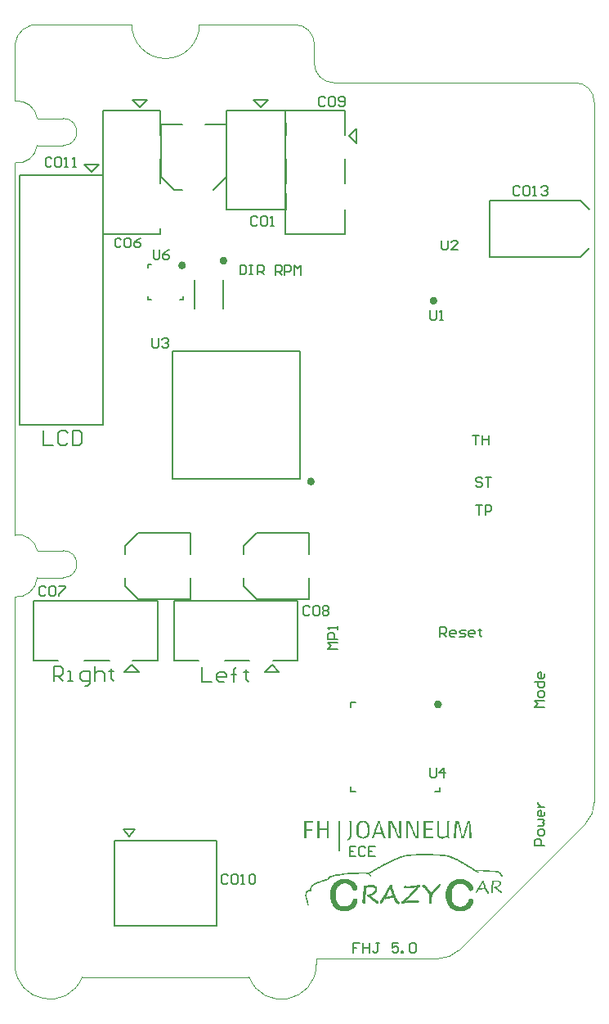
<source format=gto>
G04 Layer_Color=127485*
%FSLAX44Y44*%
%MOMM*%
G71*
G01*
G75*
%ADD58C,0.2000*%
%ADD61C,0.1000*%
%ADD78C,0.4000*%
%ADD79C,0.1700*%
G36*
X499430Y122769D02*
X501490D01*
Y122426D01*
X502177D01*
Y122083D01*
X502521D01*
Y121739D01*
X502864D01*
Y121396D01*
X503208D01*
Y121052D01*
Y120709D01*
Y120365D01*
Y120022D01*
Y119678D01*
Y119335D01*
Y118991D01*
Y118648D01*
Y118304D01*
X502864D01*
Y117961D01*
X502521D01*
Y117617D01*
Y117274D01*
X501834D01*
Y116930D01*
X501490D01*
Y116587D01*
X501147D01*
Y116243D01*
X500460D01*
Y115900D01*
X499773D01*
Y115556D01*
X499086D01*
Y115213D01*
Y114869D01*
X499773D01*
Y114526D01*
X500117D01*
Y114183D01*
X500460D01*
Y113839D01*
X501147D01*
Y113496D01*
X501490D01*
Y113152D01*
X501834D01*
Y112809D01*
X502177D01*
Y112465D01*
X502864D01*
Y112122D01*
X503208D01*
Y111778D01*
X503895D01*
Y111435D01*
X504238D01*
Y111091D01*
X504582D01*
Y110748D01*
Y110404D01*
Y110061D01*
X504238D01*
Y109717D01*
X503551D01*
Y110061D01*
X502864D01*
Y110404D01*
X502177D01*
Y110748D01*
X501834D01*
Y111091D01*
X501147D01*
Y111435D01*
Y111778D01*
X500460D01*
Y112122D01*
X500117D01*
Y112465D01*
X499773D01*
Y112809D01*
X499430D01*
Y113152D01*
X498743D01*
Y113496D01*
X498399D01*
Y113839D01*
X498056D01*
Y114183D01*
X497712D01*
Y114526D01*
X497025D01*
Y114869D01*
X496338D01*
Y115213D01*
X495995D01*
Y115556D01*
Y115900D01*
X496338D01*
Y116243D01*
X498399D01*
Y116587D01*
X499086D01*
Y116930D01*
X499773D01*
Y117274D01*
X500117D01*
Y117617D01*
X500803D01*
Y117961D01*
X501147D01*
Y118304D01*
X501490D01*
Y118648D01*
Y118991D01*
X501834D01*
Y119335D01*
Y119678D01*
Y120022D01*
Y120365D01*
Y120709D01*
X501490D01*
Y121052D01*
X500803D01*
Y121396D01*
X500117D01*
Y121739D01*
X497025D01*
Y121396D01*
X495995D01*
Y121052D01*
Y120709D01*
X495651D01*
Y120365D01*
Y120022D01*
Y119678D01*
Y119335D01*
Y118991D01*
Y118648D01*
X495308D01*
Y118304D01*
Y117961D01*
Y117617D01*
Y117274D01*
Y116930D01*
X494964D01*
Y116587D01*
Y116243D01*
Y115900D01*
Y115556D01*
Y115213D01*
Y114869D01*
Y114526D01*
X494621D01*
Y114183D01*
Y113839D01*
Y113496D01*
Y113152D01*
Y112809D01*
Y112465D01*
Y112122D01*
Y111778D01*
Y111435D01*
Y111091D01*
Y110748D01*
X494964D01*
Y110404D01*
Y110061D01*
X494621D01*
Y109717D01*
X493247D01*
Y110061D01*
X492904D01*
Y110404D01*
Y110748D01*
Y111091D01*
Y111435D01*
Y111778D01*
Y112122D01*
Y112465D01*
Y112809D01*
Y113152D01*
Y113496D01*
X493247D01*
Y113839D01*
Y114183D01*
Y114526D01*
Y114869D01*
Y115213D01*
Y115556D01*
Y115900D01*
X493591D01*
Y116243D01*
Y116587D01*
X493247D01*
Y116930D01*
X493591D01*
Y117274D01*
Y117617D01*
Y117961D01*
Y118304D01*
Y118648D01*
X493934D01*
Y118991D01*
Y119335D01*
Y119678D01*
Y120022D01*
X494277D01*
Y120365D01*
Y120709D01*
Y121052D01*
Y121396D01*
X493934D01*
Y121739D01*
Y122083D01*
Y122426D01*
X494621D01*
Y122769D01*
X495308D01*
Y122426D01*
X495651D01*
Y122769D01*
X499086D01*
Y123113D01*
X499430D01*
Y122769D01*
D02*
G37*
G36*
X419400Y117617D02*
X419743D01*
Y117274D01*
Y116930D01*
Y116587D01*
Y116243D01*
X419400D01*
Y115900D01*
X418713D01*
Y115556D01*
X418369D01*
Y115213D01*
X418026D01*
Y114869D01*
X417682D01*
Y114526D01*
X417339D01*
Y114183D01*
X416996D01*
Y113839D01*
Y113496D01*
X416652D01*
Y113152D01*
X416309D01*
Y112809D01*
X415965D01*
Y112465D01*
X415622D01*
Y112122D01*
X415278D01*
Y111778D01*
X414935D01*
Y111435D01*
X414591D01*
Y111091D01*
Y110748D01*
X414248D01*
Y110404D01*
X413904D01*
Y110061D01*
X413561D01*
Y109717D01*
X413217D01*
Y109374D01*
X412874D01*
Y109030D01*
X412530D01*
Y108687D01*
X412187D01*
Y108343D01*
X411843D01*
Y108000D01*
X411500D01*
Y107656D01*
X411157D01*
Y107313D01*
X410813D01*
Y106970D01*
X410470D01*
Y106626D01*
X410126D01*
Y106283D01*
X409783D01*
Y105939D01*
X409439D01*
Y105596D01*
X409096D01*
Y105252D01*
X408752D01*
Y104909D01*
X408409D01*
Y104565D01*
X408065D01*
Y104222D01*
X407722D01*
Y103878D01*
X407378D01*
Y103535D01*
X407035D01*
Y103191D01*
X406691D01*
Y102848D01*
X406348D01*
Y102504D01*
X406004D01*
Y102161D01*
X405661D01*
Y101817D01*
Y101474D01*
X406004D01*
Y101817D01*
X409783D01*
Y102161D01*
X413904D01*
Y102504D01*
X415278D01*
Y102161D01*
X417682D01*
Y101817D01*
X418369D01*
Y101474D01*
Y101131D01*
X418713D01*
Y100787D01*
Y100444D01*
Y100100D01*
X418369D01*
Y99757D01*
X418026D01*
Y99413D01*
X416309D01*
Y99757D01*
X407035D01*
Y99413D01*
X403943D01*
Y99070D01*
X402570D01*
Y98726D01*
X400509D01*
Y99070D01*
X400165D01*
Y99413D01*
Y99757D01*
Y100100D01*
Y100444D01*
X400509D01*
Y100787D01*
Y101131D01*
X401196D01*
Y101474D01*
X401539D01*
Y101817D01*
X401883D01*
Y102161D01*
X402226D01*
Y102504D01*
X402913D01*
Y102848D01*
X403257D01*
Y103191D01*
X403600D01*
Y103535D01*
X403943D01*
Y103878D01*
X404287D01*
Y104222D01*
X404631D01*
Y104565D01*
X404974D01*
Y104909D01*
X405661D01*
Y105252D01*
X406004D01*
Y105596D01*
X406348D01*
Y105939D01*
X406691D01*
Y106283D01*
X407035D01*
Y106626D01*
X407378D01*
Y106970D01*
X407722D01*
Y107313D01*
Y107656D01*
X408409D01*
Y108000D01*
X408752D01*
Y108343D01*
Y108687D01*
X409439D01*
Y109030D01*
X409783D01*
Y109374D01*
Y109717D01*
X410470D01*
Y110061D01*
Y110404D01*
X410813D01*
Y110748D01*
X411500D01*
Y111091D01*
Y111435D01*
X411843D01*
Y111778D01*
X412187D01*
Y112122D01*
X412530D01*
Y112465D01*
X412874D01*
Y112809D01*
X413217D01*
Y113152D01*
X413904D01*
Y113496D01*
Y113839D01*
X414248D01*
Y114183D01*
X414591D01*
Y114526D01*
X414935D01*
Y114869D01*
X415278D01*
Y115213D01*
Y115556D01*
X413904D01*
Y115213D01*
X411157D01*
Y114869D01*
X406004D01*
Y114526D01*
X405317D01*
Y114869D01*
X403600D01*
Y115213D01*
X402913D01*
Y115556D01*
X402570D01*
Y115900D01*
Y116243D01*
Y116587D01*
X402913D01*
Y116930D01*
X403257D01*
Y117274D01*
X404974D01*
Y116930D01*
X409096D01*
Y117274D01*
X414591D01*
Y117617D01*
X416652D01*
Y117961D01*
X419400D01*
Y117617D01*
D02*
G37*
G36*
X433139Y149904D02*
X440352D01*
Y149560D01*
X443443D01*
Y149217D01*
X446191D01*
Y148874D01*
X448252D01*
Y148530D01*
X449969D01*
Y148187D01*
X450656D01*
Y147843D01*
X452030D01*
Y147500D01*
X452717D01*
Y147156D01*
X453747D01*
Y146813D01*
X454434D01*
Y146469D01*
X455121D01*
Y146126D01*
X455808D01*
Y145782D01*
X456839D01*
Y145439D01*
X457526D01*
Y145095D01*
X458213D01*
Y144752D01*
X458899D01*
Y144408D01*
X459586D01*
Y144065D01*
X459930D01*
Y143721D01*
X460617D01*
Y143378D01*
X461304D01*
Y143034D01*
X461991D01*
Y142691D01*
X462678D01*
Y142347D01*
X463021D01*
Y142004D01*
X463708D01*
Y141660D01*
X464395D01*
Y141317D01*
X465082D01*
Y140974D01*
X465769D01*
Y140630D01*
X466113D01*
Y140287D01*
X466799D01*
Y139943D01*
X467143D01*
Y139600D01*
X467830D01*
Y139256D01*
X468517D01*
Y138913D01*
X468860D01*
Y138569D01*
X469547D01*
Y138226D01*
X469891D01*
Y137882D01*
X470578D01*
Y137539D01*
X471265D01*
Y137195D01*
X471608D01*
Y136852D01*
X472295D01*
Y136508D01*
X472639D01*
Y136165D01*
X473326D01*
Y135822D01*
X473669D01*
Y135478D01*
X474356D01*
Y135134D01*
X475043D01*
Y134791D01*
X475386D01*
Y134448D01*
X476073D01*
Y134104D01*
X476417D01*
Y133761D01*
X485004D01*
Y133417D01*
X491530D01*
Y133074D01*
X496682D01*
Y132730D01*
X500117D01*
Y132387D01*
X501147D01*
Y132043D01*
X501834D01*
Y131700D01*
X502177D01*
Y131356D01*
X502521D01*
Y131013D01*
X502864D01*
Y130669D01*
X503208D01*
Y130326D01*
X503551D01*
Y129982D01*
Y129639D01*
X503895D01*
Y129295D01*
X504238D01*
Y128952D01*
X504582D01*
Y128609D01*
Y128265D01*
X504925D01*
Y127921D01*
Y127578D01*
X505269D01*
Y127235D01*
Y126891D01*
X503551D01*
Y127235D01*
Y127578D01*
X503208D01*
Y127921D01*
X502864D01*
Y128265D01*
Y128609D01*
X502521D01*
Y128952D01*
X502177D01*
Y129295D01*
Y129639D01*
X501834D01*
Y129982D01*
X501490D01*
Y130326D01*
X501147D01*
Y130669D01*
X500460D01*
Y131013D01*
X499430D01*
Y131356D01*
X497369D01*
Y131700D01*
X491186D01*
Y132043D01*
X484660D01*
Y132387D01*
X479165D01*
Y132043D01*
Y131700D01*
X480195D01*
Y131356D01*
X480538D01*
Y131013D01*
X481225D01*
Y130669D01*
X479851D01*
Y131013D01*
X479165D01*
Y131356D01*
X478134D01*
Y131700D01*
X477447D01*
Y132043D01*
X476417D01*
Y132387D01*
X475730D01*
Y132730D01*
X475043D01*
Y133074D01*
X474699D01*
Y133417D01*
X474012D01*
Y133761D01*
X473669D01*
Y134104D01*
X472982D01*
Y134448D01*
X472639D01*
Y134791D01*
X471952D01*
Y135134D01*
X471608D01*
Y135478D01*
X470921D01*
Y135822D01*
X470578D01*
Y136165D01*
X469891D01*
Y136508D01*
X469204D01*
Y136852D01*
X468860D01*
Y137195D01*
X468173D01*
Y137539D01*
X467830D01*
Y137882D01*
X467143D01*
Y138226D01*
X466456D01*
Y138569D01*
X466113D01*
Y138913D01*
X465425D01*
Y139256D01*
X465082D01*
Y139600D01*
X464395D01*
Y139943D01*
X463708D01*
Y140287D01*
X463021D01*
Y140630D01*
X462334D01*
Y140974D01*
X461991D01*
Y141317D01*
X461304D01*
Y141660D01*
X460617D01*
Y142004D01*
X459930D01*
Y142347D01*
X459243D01*
Y142691D01*
X458899D01*
Y143034D01*
X458213D01*
Y143378D01*
X457526D01*
Y143721D01*
X456839D01*
Y144065D01*
X456152D01*
Y144408D01*
X455465D01*
Y144752D01*
X454434D01*
Y145095D01*
X453747D01*
Y145439D01*
X453060D01*
Y145782D01*
X452030D01*
Y146126D01*
X451343D01*
Y146469D01*
X450313D01*
Y146813D01*
X449282D01*
Y147156D01*
X447908D01*
Y147500D01*
X446191D01*
Y147843D01*
X443100D01*
Y148187D01*
X439665D01*
Y148530D01*
X435200D01*
Y148874D01*
X413904D01*
Y148530D01*
X410126D01*
Y148187D01*
X407722D01*
Y147843D01*
X405317D01*
Y147500D01*
X403600D01*
Y147156D01*
X402226D01*
Y146813D01*
X400852D01*
Y146469D01*
X399822D01*
Y146126D01*
X398791D01*
Y145782D01*
X398105D01*
Y145439D01*
X397417D01*
Y145095D01*
X396387D01*
Y144752D01*
X395357D01*
Y144408D01*
X394670D01*
Y144065D01*
X393983D01*
Y143721D01*
X393296D01*
Y143378D01*
X392265D01*
Y143034D01*
X391578D01*
Y142691D01*
X390891D01*
Y142347D01*
X390205D01*
Y142004D01*
X389518D01*
Y141660D01*
X388831D01*
Y141317D01*
X388144D01*
Y140974D01*
X387457D01*
Y140630D01*
X386770D01*
Y140287D01*
X386083D01*
Y139943D01*
X385396D01*
Y139600D01*
X384709D01*
Y139256D01*
X384022D01*
Y138913D01*
X383335D01*
Y138569D01*
X382992D01*
Y138226D01*
X382305D01*
Y137882D01*
X381618D01*
Y137539D01*
X380931D01*
Y137195D01*
X380244D01*
Y136852D01*
X379557D01*
Y136508D01*
X378870D01*
Y136165D01*
X378526D01*
Y135822D01*
X377840D01*
Y135478D01*
X377152D01*
Y135134D01*
X376465D01*
Y134791D01*
X375779D01*
Y134448D01*
X375092D01*
Y134104D01*
X374748D01*
Y133761D01*
X374061D01*
Y133417D01*
X373374D01*
Y133074D01*
X372687D01*
Y132730D01*
X372344D01*
Y132387D01*
X371657D01*
Y132043D01*
X370970D01*
Y131700D01*
X370626D01*
Y131356D01*
X369939D01*
Y131013D01*
X369253D01*
Y130669D01*
X368566D01*
Y130326D01*
X368222D01*
Y129982D01*
X367535D01*
Y129639D01*
Y129295D01*
X367879D01*
Y128952D01*
X368222D01*
Y128609D01*
Y128265D01*
X368566D01*
Y127921D01*
Y127578D01*
X368909D01*
Y127235D01*
Y126891D01*
X369253D01*
Y126548D01*
Y126204D01*
X369596D01*
Y125861D01*
X368909D01*
Y126204D01*
X368566D01*
Y126548D01*
X368222D01*
Y126891D01*
X367879D01*
Y127235D01*
Y127578D01*
X367535D01*
Y127921D01*
X367192D01*
Y128265D01*
X366848D01*
Y128609D01*
X366505D01*
Y128952D01*
X366161D01*
Y129295D01*
X365818D01*
Y129639D01*
X363414D01*
Y129982D01*
X356200D01*
Y129639D01*
X348301D01*
Y129295D01*
X344522D01*
Y128952D01*
X340744D01*
Y128609D01*
X338340D01*
Y128265D01*
X336279D01*
Y127921D01*
X333875D01*
Y127578D01*
X332157D01*
Y127235D01*
X330783D01*
Y126891D01*
X329409D01*
Y126548D01*
X328379D01*
Y126204D01*
X327692D01*
Y125861D01*
X326662D01*
Y125517D01*
X326318D01*
Y125174D01*
X325631D01*
Y124830D01*
Y124487D01*
Y124143D01*
Y123800D01*
X324944D01*
Y123456D01*
X323914D01*
Y123113D01*
X322883D01*
Y122769D01*
X322197D01*
Y122426D01*
X320823D01*
Y122083D01*
X319792D01*
Y121739D01*
X318762D01*
Y121396D01*
X317388D01*
Y121052D01*
X316701D01*
Y120709D01*
X315327D01*
Y120365D01*
X314640D01*
Y120022D01*
X313610D01*
Y119678D01*
X312579D01*
Y119335D01*
X311892D01*
Y118991D01*
X311205D01*
Y118648D01*
X310862D01*
Y118304D01*
X310175D01*
Y117961D01*
X309831D01*
Y117617D01*
X309144D01*
Y117274D01*
X308801D01*
Y116930D01*
X308458D01*
Y116587D01*
Y116243D01*
X308114D01*
Y115900D01*
X307771D01*
Y115556D01*
X307427D01*
Y115213D01*
Y114869D01*
X307084D01*
Y114526D01*
Y114183D01*
Y113839D01*
Y113496D01*
Y113152D01*
X306740D01*
Y112809D01*
Y112465D01*
Y112122D01*
Y111778D01*
X307084D01*
Y111435D01*
X304336D01*
Y111091D01*
X303649D01*
Y110748D01*
X303305D01*
Y110404D01*
X302618D01*
Y110061D01*
Y109717D01*
X302275D01*
Y109374D01*
Y109030D01*
X301931D01*
Y108687D01*
Y108343D01*
X302275D01*
Y108000D01*
X301931D01*
Y107656D01*
Y107313D01*
Y106970D01*
X302275D01*
Y106626D01*
X301931D01*
Y106283D01*
Y105939D01*
Y105596D01*
X302275D01*
Y105252D01*
Y104909D01*
Y104565D01*
X302618D01*
Y104222D01*
Y103878D01*
Y103535D01*
X302962D01*
Y103191D01*
Y102848D01*
Y102504D01*
Y102161D01*
X303305D01*
Y101817D01*
Y101474D01*
Y101131D01*
X303649D01*
Y100787D01*
Y100444D01*
Y100100D01*
Y99757D01*
X303992D01*
Y99413D01*
Y99070D01*
Y98726D01*
Y98383D01*
Y98039D01*
X304336D01*
Y97696D01*
Y97352D01*
X304679D01*
Y97009D01*
X302962D01*
Y97352D01*
Y97696D01*
Y98039D01*
Y98383D01*
X302618D01*
Y98726D01*
Y99070D01*
Y99413D01*
X302275D01*
Y99757D01*
Y100100D01*
Y100444D01*
X301931D01*
Y100787D01*
Y101131D01*
Y101474D01*
Y101817D01*
Y102161D01*
X301588D01*
Y102504D01*
Y102848D01*
Y103191D01*
X301245D01*
Y103535D01*
Y103878D01*
Y104222D01*
X300901D01*
Y104565D01*
Y104909D01*
Y105252D01*
Y105596D01*
Y105939D01*
Y106283D01*
Y106626D01*
X300558D01*
Y106970D01*
Y107313D01*
Y107656D01*
Y108000D01*
X300901D01*
Y108343D01*
Y108687D01*
Y109030D01*
Y109374D01*
Y109717D01*
Y110061D01*
Y110404D01*
X301245D01*
Y110748D01*
Y111091D01*
X301588D01*
Y111435D01*
X301931D01*
Y111778D01*
X302275D01*
Y112122D01*
X302618D01*
Y112465D01*
X303649D01*
Y112809D01*
X305710D01*
Y113152D01*
Y113496D01*
Y113839D01*
Y114183D01*
Y114526D01*
Y114869D01*
X306053D01*
Y115213D01*
Y115556D01*
Y115900D01*
X306397D01*
Y116243D01*
Y116587D01*
X306740D01*
Y116930D01*
Y117274D01*
X307084D01*
Y117617D01*
X307427D01*
Y117961D01*
X307771D01*
Y118304D01*
X308114D01*
Y118648D01*
X308458D01*
Y118991D01*
X309144D01*
Y119335D01*
X309488D01*
Y119678D01*
X310175D01*
Y120022D01*
X310518D01*
Y120365D01*
X311205D01*
Y120709D01*
X312236D01*
Y121052D01*
X312923D01*
Y121396D01*
X313953D01*
Y121739D01*
X314640D01*
Y122083D01*
X316014D01*
Y122426D01*
X317044D01*
Y122769D01*
X318075D01*
Y123113D01*
X319449D01*
Y123456D01*
X320479D01*
Y123800D01*
X321510D01*
Y124143D01*
X322540D01*
Y124487D01*
X323570D01*
Y124830D01*
X324257D01*
Y125174D01*
Y125517D01*
Y125861D01*
X324601D01*
Y126204D01*
X324944D01*
Y126548D01*
X325631D01*
Y126891D01*
X325975D01*
Y127235D01*
X327005D01*
Y127578D01*
X327692D01*
Y127921D01*
X329066D01*
Y128265D01*
X330440D01*
Y128609D01*
X331814D01*
Y128952D01*
X333875D01*
Y129295D01*
X335936D01*
Y129639D01*
X337996D01*
Y129982D01*
X341088D01*
Y130326D01*
X344179D01*
Y130669D01*
X347957D01*
Y131013D01*
X355857D01*
Y131356D01*
X363757D01*
Y131013D01*
X366848D01*
Y131356D01*
X367535D01*
Y131700D01*
X367879D01*
Y132043D01*
X368566D01*
Y132387D01*
X369253D01*
Y132730D01*
X369596D01*
Y133074D01*
X370283D01*
Y133417D01*
X370970D01*
Y133761D01*
X371657D01*
Y134104D01*
X372000D01*
Y134448D01*
X372687D01*
Y134791D01*
X373374D01*
Y135134D01*
X374061D01*
Y135478D01*
X374405D01*
Y135822D01*
X375092D01*
Y136165D01*
X375779D01*
Y136508D01*
X376465D01*
Y136852D01*
X377152D01*
Y137195D01*
X377840D01*
Y137539D01*
X378183D01*
Y137882D01*
X378870D01*
Y138226D01*
X379557D01*
Y138569D01*
X380244D01*
Y138913D01*
X380931D01*
Y139256D01*
X381618D01*
Y139600D01*
X381961D01*
Y139943D01*
X382648D01*
Y140287D01*
X383335D01*
Y140630D01*
X384022D01*
Y140974D01*
X384709D01*
Y141317D01*
X385396D01*
Y141660D01*
X386083D01*
Y142004D01*
X386770D01*
Y142347D01*
X387457D01*
Y142691D01*
X388144D01*
Y143034D01*
X388831D01*
Y143378D01*
X389518D01*
Y143721D01*
X390205D01*
Y144065D01*
X390891D01*
Y144408D01*
X391578D01*
Y144752D01*
X392265D01*
Y145095D01*
X393296D01*
Y145439D01*
X393983D01*
Y145782D01*
X395013D01*
Y146126D01*
X396044D01*
Y146469D01*
X396731D01*
Y146813D01*
X397417D01*
Y147156D01*
X398448D01*
Y147500D01*
X399135D01*
Y147843D01*
X400509D01*
Y148187D01*
X401539D01*
Y148530D01*
X402913D01*
Y148874D01*
X405317D01*
Y149217D01*
X407035D01*
Y149560D01*
X409783D01*
Y149904D01*
X415278D01*
Y150247D01*
X433139D01*
Y149904D01*
D02*
G37*
G36*
X348524Y183347D02*
Y182578D01*
Y181808D01*
Y181039D01*
Y180269D01*
Y179500D01*
Y178731D01*
Y177961D01*
Y177192D01*
Y176422D01*
Y175653D01*
Y174883D01*
Y174114D01*
Y173345D01*
Y172575D01*
Y171806D01*
Y171036D01*
Y170267D01*
Y169498D01*
Y168728D01*
Y167959D01*
Y167189D01*
X347755D01*
Y166420D01*
Y165650D01*
X346985D01*
Y164881D01*
X345446D01*
Y164112D01*
X343908D01*
Y164881D01*
Y165650D01*
X345446D01*
Y166420D01*
X346216D01*
Y167189D01*
Y167959D01*
X346985D01*
Y168728D01*
Y169498D01*
Y170267D01*
Y171036D01*
Y171806D01*
Y172575D01*
Y173345D01*
Y174114D01*
Y174883D01*
Y175653D01*
Y176422D01*
Y177192D01*
Y177961D01*
Y178731D01*
Y179500D01*
Y180269D01*
Y181039D01*
Y181808D01*
Y182578D01*
Y183347D01*
X346216D01*
Y184116D01*
X348524D01*
Y183347D01*
D02*
G37*
G36*
X336983D02*
Y182578D01*
Y181808D01*
Y181039D01*
Y180269D01*
Y179500D01*
Y178731D01*
Y177961D01*
Y177192D01*
Y176422D01*
Y175653D01*
Y174883D01*
Y174114D01*
Y173345D01*
Y172575D01*
Y171806D01*
Y171036D01*
Y170267D01*
Y169498D01*
Y168728D01*
Y167959D01*
Y167189D01*
Y166420D01*
Y165650D01*
Y164881D01*
Y164112D01*
Y163342D01*
Y162573D01*
Y161803D01*
Y161034D01*
Y160264D01*
Y159495D01*
Y158726D01*
Y157956D01*
Y157187D01*
Y156417D01*
Y155648D01*
Y154879D01*
Y154109D01*
Y153340D01*
Y152570D01*
X334674D01*
Y153340D01*
Y154109D01*
Y154879D01*
Y155648D01*
Y156417D01*
Y157187D01*
Y157956D01*
Y158726D01*
Y159495D01*
Y160264D01*
Y161034D01*
Y161803D01*
Y162573D01*
Y163342D01*
Y164112D01*
Y164881D01*
Y165650D01*
Y166420D01*
Y167189D01*
Y167959D01*
Y168728D01*
Y169498D01*
Y170267D01*
Y171036D01*
Y171806D01*
Y172575D01*
Y173345D01*
Y174114D01*
Y174883D01*
Y175653D01*
Y176422D01*
Y177192D01*
Y177961D01*
Y178731D01*
Y179500D01*
Y180269D01*
Y181039D01*
Y181808D01*
Y182578D01*
Y183347D01*
Y184116D01*
X336983D01*
Y183347D01*
D02*
G37*
G36*
X344866Y123800D02*
X346240D01*
Y123456D01*
X347270D01*
Y123113D01*
X347957D01*
Y122769D01*
X348644D01*
Y122426D01*
X349331D01*
Y122083D01*
X350018D01*
Y121739D01*
X350362D01*
Y121396D01*
X350705D01*
Y121052D01*
X351392D01*
Y120709D01*
X351735D01*
Y120365D01*
X352079D01*
Y120022D01*
X352422D01*
Y119678D01*
Y119335D01*
X352766D01*
Y118991D01*
X353109D01*
Y118648D01*
X353453D01*
Y118304D01*
X353796D01*
Y117961D01*
Y117617D01*
Y117274D01*
X354140D01*
Y116930D01*
Y116587D01*
X354483D01*
Y116243D01*
Y115900D01*
Y115556D01*
Y115213D01*
Y114869D01*
Y114526D01*
Y114183D01*
Y113839D01*
Y113496D01*
X354140D01*
Y113152D01*
Y112809D01*
X353796D01*
Y112465D01*
X353109D01*
Y112122D01*
X351048D01*
Y112465D01*
X350362D01*
Y112809D01*
X350018D01*
Y113152D01*
Y113496D01*
X349674D01*
Y113839D01*
X349331D01*
Y114183D01*
Y114526D01*
Y114869D01*
X348988D01*
Y115213D01*
X348644D01*
Y115556D01*
X348301D01*
Y115900D01*
Y116243D01*
X347957D01*
Y116587D01*
X347614D01*
Y116930D01*
Y117274D01*
X347270D01*
Y117617D01*
X346927D01*
Y117961D01*
X346240D01*
Y118304D01*
X345896D01*
Y118648D01*
X345209D01*
Y118991D01*
X344522D01*
Y119335D01*
X343148D01*
Y119678D01*
X339714D01*
Y119335D01*
X338683D01*
Y118991D01*
X337653D01*
Y118648D01*
X337309D01*
Y118304D01*
X336623D01*
Y117961D01*
X336279D01*
Y117617D01*
X335936D01*
Y117274D01*
X335592D01*
Y116930D01*
X335249D01*
Y116587D01*
X334905D01*
Y116243D01*
X334562D01*
Y115900D01*
X334218D01*
Y115556D01*
Y115213D01*
X333875D01*
Y114869D01*
Y114526D01*
X333531D01*
Y114183D01*
Y113839D01*
X333188D01*
Y113496D01*
Y113152D01*
Y112809D01*
X332844D01*
Y112465D01*
Y112122D01*
Y111778D01*
Y111435D01*
X332501D01*
Y111091D01*
Y110748D01*
Y110404D01*
Y110061D01*
Y109717D01*
Y109374D01*
Y109030D01*
Y108687D01*
Y108343D01*
Y108000D01*
Y107656D01*
Y107313D01*
Y106970D01*
Y106626D01*
Y106283D01*
Y105939D01*
Y105596D01*
Y105252D01*
Y104909D01*
Y104565D01*
Y104222D01*
Y103878D01*
Y103535D01*
X332844D01*
Y103191D01*
Y102848D01*
Y102504D01*
Y102161D01*
X333188D01*
Y101817D01*
Y101474D01*
Y101131D01*
X333531D01*
Y100787D01*
Y100444D01*
Y100100D01*
X333875D01*
Y99757D01*
X334218D01*
Y99413D01*
Y99070D01*
X334562D01*
Y98726D01*
X334905D01*
Y98383D01*
X335249D01*
Y98039D01*
X335592D01*
Y97696D01*
X335936D01*
Y97352D01*
X336279D01*
Y97009D01*
X336966D01*
Y96665D01*
X337653D01*
Y96322D01*
X338683D01*
Y95978D01*
X344179D01*
Y96322D01*
X345209D01*
Y96665D01*
X345553D01*
Y97009D01*
X346240D01*
Y97352D01*
X346583D01*
Y97696D01*
X346927D01*
Y98039D01*
X347270D01*
Y98383D01*
X347957D01*
Y98726D01*
Y99070D01*
X348301D01*
Y99413D01*
Y99757D01*
X348644D01*
Y100100D01*
X348988D01*
Y100444D01*
Y100787D01*
Y101131D01*
X349331D01*
Y101474D01*
Y101817D01*
X349674D01*
Y102161D01*
Y102504D01*
X350018D01*
Y102848D01*
Y103191D01*
X350362D01*
Y103535D01*
X350705D01*
Y103878D01*
X351048D01*
Y104222D01*
X353109D01*
Y103878D01*
X353796D01*
Y103535D01*
X354140D01*
Y103191D01*
X354483D01*
Y102848D01*
Y102504D01*
Y102161D01*
X354827D01*
Y101817D01*
Y101474D01*
Y101131D01*
X354483D01*
Y100787D01*
Y100444D01*
Y100100D01*
Y99757D01*
Y99413D01*
X354140D01*
Y99070D01*
Y98726D01*
X353796D01*
Y98383D01*
Y98039D01*
Y97696D01*
X353453D01*
Y97352D01*
Y97009D01*
X353109D01*
Y96665D01*
X352766D01*
Y96322D01*
Y95978D01*
X352422D01*
Y95635D01*
X352079D01*
Y95291D01*
X351735D01*
Y94948D01*
X351392D01*
Y94605D01*
X351048D01*
Y94261D01*
X350705D01*
Y93918D01*
X350362D01*
Y93574D01*
X349674D01*
Y93231D01*
X349331D01*
Y92887D01*
X348644D01*
Y92544D01*
X347957D01*
Y92200D01*
X347270D01*
Y91857D01*
X346240D01*
Y91513D01*
X344866D01*
Y91170D01*
X337996D01*
Y91513D01*
X336623D01*
Y91857D01*
X335592D01*
Y92200D01*
X334562D01*
Y92544D01*
X333875D01*
Y92887D01*
X333188D01*
Y93231D01*
X332844D01*
Y93574D01*
X332157D01*
Y93918D01*
X331814D01*
Y94261D01*
X331470D01*
Y94605D01*
X331127D01*
Y94948D01*
X330783D01*
Y95291D01*
X330440D01*
Y95635D01*
X330096D01*
Y95978D01*
X329753D01*
Y96322D01*
Y96665D01*
X329409D01*
Y97009D01*
X329066D01*
Y97352D01*
Y97696D01*
X328722D01*
Y98039D01*
Y98383D01*
X328379D01*
Y98726D01*
X328036D01*
Y99070D01*
Y99413D01*
Y99757D01*
X327692D01*
Y100100D01*
Y100444D01*
X327349D01*
Y100787D01*
Y101131D01*
X327005D01*
Y101474D01*
Y101817D01*
Y102161D01*
Y102504D01*
Y102848D01*
X326662D01*
Y103191D01*
Y103535D01*
Y103878D01*
Y104222D01*
X326318D01*
Y104565D01*
Y104909D01*
Y105252D01*
Y105596D01*
Y105939D01*
Y106283D01*
Y106626D01*
Y106970D01*
Y107313D01*
Y107656D01*
Y108000D01*
Y108343D01*
Y108687D01*
Y109030D01*
Y109374D01*
Y109717D01*
Y110061D01*
Y110404D01*
Y110748D01*
Y111091D01*
X326662D01*
Y111435D01*
Y111778D01*
Y112122D01*
Y112465D01*
Y112809D01*
X327005D01*
Y113152D01*
Y113496D01*
Y113839D01*
Y114183D01*
X327349D01*
Y114526D01*
Y114869D01*
X327692D01*
Y115213D01*
Y115556D01*
Y115900D01*
X328036D01*
Y116243D01*
Y116587D01*
X328379D01*
Y116930D01*
Y117274D01*
X328722D01*
Y117617D01*
X329066D01*
Y117961D01*
Y118304D01*
X329409D01*
Y118648D01*
X329753D01*
Y118991D01*
Y119335D01*
X330096D01*
Y119678D01*
X330440D01*
Y120022D01*
X330783D01*
Y120365D01*
X331127D01*
Y120709D01*
X331470D01*
Y121052D01*
X332157D01*
Y121396D01*
X332501D01*
Y121739D01*
X333188D01*
Y122083D01*
X333531D01*
Y122426D01*
X334218D01*
Y122769D01*
X334905D01*
Y123113D01*
X335592D01*
Y123456D01*
X336623D01*
Y123800D01*
X338340D01*
Y124143D01*
X344866D01*
Y123800D01*
D02*
G37*
G36*
X369253Y117961D02*
X372000D01*
Y117617D01*
X372687D01*
Y117274D01*
X373374D01*
Y116930D01*
X373718D01*
Y116587D01*
X374061D01*
Y116243D01*
X374405D01*
Y115900D01*
Y115556D01*
X374748D01*
Y115213D01*
X375092D01*
Y114869D01*
Y114526D01*
Y114183D01*
Y113839D01*
Y113496D01*
Y113152D01*
Y112809D01*
Y112465D01*
Y112122D01*
Y111778D01*
X374748D01*
Y111435D01*
Y111091D01*
X374405D01*
Y110748D01*
X374061D01*
Y110404D01*
Y110061D01*
X373718D01*
Y109717D01*
X373374D01*
Y109374D01*
X372687D01*
Y109030D01*
X372344D01*
Y108687D01*
X372000D01*
Y108343D01*
X371657D01*
Y108000D01*
X370970D01*
Y107656D01*
X370283D01*
Y107313D01*
X369596D01*
Y106970D01*
X369253D01*
Y106626D01*
Y106283D01*
X369596D01*
Y105939D01*
X369939D01*
Y105596D01*
X370626D01*
Y105252D01*
X370970D01*
Y104909D01*
X371313D01*
Y104565D01*
X371657D01*
Y104222D01*
X372344D01*
Y103878D01*
X372687D01*
Y103535D01*
X373031D01*
Y103191D01*
X373374D01*
Y102848D01*
X374061D01*
Y102504D01*
X374405D01*
Y102161D01*
X375092D01*
Y101817D01*
X375435D01*
Y101474D01*
X376122D01*
Y101131D01*
X376465D01*
Y100787D01*
X376809D01*
Y100444D01*
Y100100D01*
Y99757D01*
Y99413D01*
Y99070D01*
X376122D01*
Y98726D01*
X374748D01*
Y99070D01*
X374061D01*
Y99413D01*
X373718D01*
Y99757D01*
X373374D01*
Y100100D01*
X372687D01*
Y100444D01*
X372344D01*
Y100787D01*
X372000D01*
Y101131D01*
X371313D01*
Y101474D01*
X370970D01*
Y101817D01*
X370626D01*
Y102161D01*
X370283D01*
Y102504D01*
X369939D01*
Y102848D01*
X369253D01*
Y103191D01*
X368909D01*
Y103535D01*
X368566D01*
Y103878D01*
X368222D01*
Y104222D01*
X367879D01*
Y104565D01*
X367535D01*
Y104909D01*
X366848D01*
Y105252D01*
X366505D01*
Y105596D01*
X366161D01*
Y105939D01*
X365474D01*
Y106283D01*
X364444D01*
Y106626D01*
Y106970D01*
Y107313D01*
Y107656D01*
Y108000D01*
X364787D01*
Y108343D01*
X367535D01*
Y108687D01*
X368566D01*
Y109030D01*
X369253D01*
Y109374D01*
X369596D01*
Y109717D01*
X370283D01*
Y110061D01*
X370626D01*
Y110404D01*
X370970D01*
Y110748D01*
X371313D01*
Y111091D01*
X372000D01*
Y111435D01*
Y111778D01*
X372344D01*
Y112122D01*
Y112465D01*
X372687D01*
Y112809D01*
Y113152D01*
Y113496D01*
Y113839D01*
Y114183D01*
Y114526D01*
X372344D01*
Y114869D01*
X372000D01*
Y115213D01*
X371657D01*
Y115556D01*
X370970D01*
Y115900D01*
X365131D01*
Y115556D01*
X364444D01*
Y115213D01*
Y114869D01*
Y114526D01*
X364100D01*
Y114183D01*
Y113839D01*
Y113496D01*
Y113152D01*
Y112809D01*
X363757D01*
Y112465D01*
Y112122D01*
Y111778D01*
Y111435D01*
X363414D01*
Y111091D01*
Y110748D01*
Y110404D01*
Y110061D01*
Y109717D01*
Y109374D01*
Y109030D01*
Y108687D01*
Y108343D01*
X363070D01*
Y108000D01*
Y107656D01*
Y107313D01*
Y106970D01*
Y106626D01*
Y106283D01*
X362727D01*
Y105939D01*
Y105596D01*
Y105252D01*
Y104909D01*
Y104565D01*
Y104222D01*
Y103878D01*
Y103535D01*
Y103191D01*
Y102848D01*
Y102504D01*
Y102161D01*
Y101817D01*
Y101474D01*
Y101131D01*
Y100787D01*
Y100444D01*
Y100100D01*
Y99757D01*
Y99413D01*
Y99070D01*
X362383D01*
Y98726D01*
X362040D01*
Y98383D01*
X360322D01*
Y98726D01*
X359979D01*
Y99070D01*
Y99413D01*
Y99757D01*
X359635D01*
Y100100D01*
Y100444D01*
Y100787D01*
Y101131D01*
Y101474D01*
Y101817D01*
Y102161D01*
Y102504D01*
Y102848D01*
Y103191D01*
X359979D01*
Y103535D01*
Y103878D01*
Y104222D01*
Y104565D01*
Y104909D01*
Y105252D01*
Y105596D01*
Y105939D01*
Y106283D01*
X360322D01*
Y106626D01*
Y106970D01*
X359979D01*
Y107313D01*
X360322D01*
Y107656D01*
Y108000D01*
Y108343D01*
Y108687D01*
Y109030D01*
Y109374D01*
X360666D01*
Y109717D01*
Y110061D01*
Y110404D01*
Y110748D01*
Y111091D01*
X361009D01*
Y111435D01*
Y111778D01*
Y112122D01*
Y112465D01*
X361353D01*
Y112809D01*
X361009D01*
Y113152D01*
X361353D01*
Y113496D01*
Y113839D01*
Y114183D01*
Y114526D01*
Y114869D01*
Y115213D01*
Y115556D01*
X361009D01*
Y115900D01*
Y116243D01*
Y116587D01*
Y116930D01*
X361353D01*
Y117274D01*
X362040D01*
Y117617D01*
X365131D01*
Y117961D01*
X368909D01*
Y118304D01*
X369253D01*
Y117961D01*
D02*
G37*
G36*
X390205D02*
X390548D01*
Y117617D01*
X390891D01*
Y117274D01*
Y116930D01*
Y116587D01*
X390548D01*
Y116243D01*
Y115900D01*
X390891D01*
Y115556D01*
Y115213D01*
Y114869D01*
X391235D01*
Y114526D01*
Y114183D01*
X391578D01*
Y113839D01*
Y113496D01*
Y113152D01*
Y112809D01*
X391922D01*
Y112465D01*
Y112122D01*
X392265D01*
Y111778D01*
Y111435D01*
Y111091D01*
X392609D01*
Y110748D01*
Y110404D01*
Y110061D01*
X392952D01*
Y109717D01*
Y109374D01*
Y109030D01*
X393296D01*
Y108687D01*
Y108343D01*
X393639D01*
Y108000D01*
Y107656D01*
Y107313D01*
Y106970D01*
X393983D01*
Y106626D01*
Y106283D01*
X394326D01*
Y105939D01*
Y105596D01*
X394670D01*
Y105252D01*
Y104909D01*
X395013D01*
Y104565D01*
Y104222D01*
X395357D01*
Y103878D01*
Y103535D01*
X395700D01*
Y103191D01*
Y102848D01*
X396044D01*
Y102504D01*
X396387D01*
Y102161D01*
X396731D01*
Y101817D01*
Y101474D01*
X397074D01*
Y101131D01*
X397417D01*
Y100787D01*
X397761D01*
Y100444D01*
X398105D01*
Y100100D01*
X398448D01*
Y99757D01*
Y99413D01*
Y99070D01*
X398105D01*
Y98726D01*
X397761D01*
Y98383D01*
X397417D01*
Y98039D01*
X396387D01*
Y98383D01*
X395700D01*
Y98726D01*
X395357D01*
Y99070D01*
X395013D01*
Y99413D01*
X394670D01*
Y99757D01*
X394326D01*
Y100100D01*
X393983D01*
Y100444D01*
Y100787D01*
X393639D01*
Y101131D01*
Y101474D01*
X393296D01*
Y101817D01*
Y102161D01*
X392952D01*
Y102504D01*
Y102848D01*
X392609D01*
Y103191D01*
Y103535D01*
X392265D01*
Y103878D01*
Y104222D01*
Y104565D01*
Y104909D01*
X389861D01*
Y104565D01*
X388487D01*
Y104222D01*
X387113D01*
Y103878D01*
X385396D01*
Y103535D01*
X384366D01*
Y103191D01*
X383335D01*
Y103535D01*
X382648D01*
Y103191D01*
Y102848D01*
X382305D01*
Y102504D01*
Y102161D01*
X381961D01*
Y101817D01*
X381618D01*
Y101474D01*
Y101131D01*
X381274D01*
Y100787D01*
Y100444D01*
X380931D01*
Y100100D01*
X380587D01*
Y99757D01*
Y99413D01*
X380244D01*
Y99070D01*
X379900D01*
Y98726D01*
X378526D01*
Y99070D01*
X377840D01*
Y99413D01*
Y99757D01*
Y100100D01*
Y100444D01*
Y100787D01*
X378183D01*
Y101131D01*
Y101474D01*
X378526D01*
Y101817D01*
Y102161D01*
X378870D01*
Y102504D01*
X379213D01*
Y102848D01*
Y103191D01*
X379557D01*
Y103535D01*
X379900D01*
Y103878D01*
Y104222D01*
X380244D01*
Y104565D01*
Y104909D01*
X380587D01*
Y105252D01*
X380931D01*
Y105596D01*
X381274D01*
Y105939D01*
Y106283D01*
X381618D01*
Y106626D01*
Y106970D01*
X381961D01*
Y107313D01*
X382305D01*
Y107656D01*
Y108000D01*
X382648D01*
Y108343D01*
X382992D01*
Y108687D01*
Y109030D01*
X383335D01*
Y109374D01*
Y109717D01*
X383679D01*
Y110061D01*
Y110404D01*
X384022D01*
Y110748D01*
X384366D01*
Y111091D01*
Y111435D01*
X384709D01*
Y111778D01*
Y112122D01*
X385052D01*
Y112465D01*
Y112809D01*
X385396D01*
Y113152D01*
X385739D01*
Y113496D01*
Y113839D01*
X386083D01*
Y114183D01*
Y114526D01*
X386426D01*
Y114869D01*
Y115213D01*
X386770D01*
Y115556D01*
X387113D01*
Y115900D01*
Y116243D01*
X387457D01*
Y116587D01*
Y116930D01*
X387800D01*
Y117274D01*
Y117617D01*
X388144D01*
Y117961D01*
X388831D01*
Y118304D01*
X390205D01*
Y117961D01*
D02*
G37*
G36*
X485691Y122426D02*
Y122083D01*
Y121739D01*
Y121396D01*
Y121052D01*
X486034D01*
Y120709D01*
Y120365D01*
Y120022D01*
Y119678D01*
X486377D01*
Y119335D01*
Y118991D01*
X486721D01*
Y118648D01*
Y118304D01*
Y117961D01*
X487065D01*
Y117617D01*
Y117274D01*
Y116930D01*
X487408D01*
Y116587D01*
Y116243D01*
Y115900D01*
X487751D01*
Y115556D01*
Y115213D01*
X488095D01*
Y114869D01*
Y114526D01*
X488438D01*
Y114183D01*
Y113839D01*
X488782D01*
Y113496D01*
Y113152D01*
X489125D01*
Y112809D01*
Y112465D01*
X489469D01*
Y112122D01*
X489812D01*
Y111778D01*
Y111435D01*
X490156D01*
Y111091D01*
X490499D01*
Y110748D01*
X490843D01*
Y110404D01*
Y110061D01*
Y109717D01*
X490499D01*
Y109374D01*
X489469D01*
Y109717D01*
X489125D01*
Y110061D01*
X488782D01*
Y110404D01*
X488438D01*
Y110748D01*
X488095D01*
Y111091D01*
Y111435D01*
X487751D01*
Y111778D01*
X487408D01*
Y112122D01*
Y112465D01*
Y112809D01*
X487065D01*
Y113152D01*
Y113496D01*
X486721D01*
Y113839D01*
Y114183D01*
X486034D01*
Y113839D01*
X483630D01*
Y113496D01*
X482599D01*
Y113152D01*
X481225D01*
Y112809D01*
X480882D01*
Y113152D01*
X480195D01*
Y112809D01*
X479851D01*
Y112465D01*
Y112122D01*
X479508D01*
Y111778D01*
Y111435D01*
X479165D01*
Y111091D01*
Y110748D01*
X478821D01*
Y110404D01*
X478478D01*
Y110061D01*
X478134D01*
Y109717D01*
X477791D01*
Y110061D01*
X477104D01*
Y110404D01*
X476760D01*
Y110748D01*
X477104D01*
Y111091D01*
Y111435D01*
X477447D01*
Y111778D01*
X477791D01*
Y112122D01*
Y112465D01*
X478134D01*
Y112809D01*
Y113152D01*
X478478D01*
Y113496D01*
X478821D01*
Y113839D01*
Y114183D01*
X479165D01*
Y114526D01*
X479508D01*
Y114869D01*
Y115213D01*
X479851D01*
Y115556D01*
X480195D01*
Y115900D01*
Y116243D01*
X480538D01*
Y116587D01*
Y116930D01*
X480882D01*
Y117274D01*
X481225D01*
Y117617D01*
Y117961D01*
X481569D01*
Y118304D01*
Y118648D01*
X481912D01*
Y118991D01*
Y119335D01*
X482256D01*
Y119678D01*
Y120022D01*
X482599D01*
Y120365D01*
X482943D01*
Y120709D01*
Y121052D01*
X483286D01*
Y121396D01*
Y121739D01*
X483630D01*
Y122083D01*
Y122426D01*
X483973D01*
Y122769D01*
X485691D01*
Y122426D01*
D02*
G37*
G36*
X463708Y123800D02*
X465769D01*
Y123456D01*
X466799D01*
Y123113D01*
X467486D01*
Y122769D01*
X468173D01*
Y122426D01*
X468860D01*
Y122083D01*
X469547D01*
Y121739D01*
X469891D01*
Y121396D01*
X470578D01*
Y121052D01*
X470921D01*
Y120709D01*
X471265D01*
Y120365D01*
X471608D01*
Y120022D01*
X471952D01*
Y119678D01*
X472295D01*
Y119335D01*
X472639D01*
Y118991D01*
X472982D01*
Y118648D01*
Y118304D01*
X473326D01*
Y117961D01*
X473669D01*
Y117617D01*
Y117274D01*
X474012D01*
Y116930D01*
Y116587D01*
Y116243D01*
X474356D01*
Y115900D01*
Y115556D01*
Y115213D01*
Y114869D01*
Y114526D01*
Y114183D01*
Y113839D01*
Y113496D01*
X474012D01*
Y113152D01*
Y112809D01*
X473669D01*
Y112465D01*
X472982D01*
Y112122D01*
X472295D01*
Y111778D01*
X471608D01*
Y112122D01*
X470578D01*
Y112465D01*
X470234D01*
Y112809D01*
X469891D01*
Y113152D01*
X469547D01*
Y113496D01*
Y113839D01*
X469204D01*
Y114183D01*
Y114526D01*
X468860D01*
Y114869D01*
X468517D01*
Y115213D01*
Y115556D01*
X468173D01*
Y115900D01*
X467830D01*
Y116243D01*
Y116587D01*
X467486D01*
Y116930D01*
X467143D01*
Y117274D01*
X466799D01*
Y117617D01*
X466456D01*
Y117961D01*
X466113D01*
Y118304D01*
X465425D01*
Y118648D01*
X464739D01*
Y118991D01*
X463708D01*
Y119335D01*
X458899D01*
Y118991D01*
X457869D01*
Y118648D01*
X457182D01*
Y118304D01*
X456495D01*
Y117961D01*
X456152D01*
Y117617D01*
X455808D01*
Y117274D01*
X455465D01*
Y116930D01*
X455121D01*
Y116587D01*
X454778D01*
Y116243D01*
X454434D01*
Y115900D01*
X454091D01*
Y115556D01*
Y115213D01*
X453747D01*
Y114869D01*
Y114526D01*
X453404D01*
Y114183D01*
Y113839D01*
X453060D01*
Y113496D01*
Y113152D01*
Y112809D01*
X452717D01*
Y112465D01*
Y112122D01*
Y111778D01*
Y111435D01*
Y111091D01*
X452374D01*
Y110748D01*
Y110404D01*
Y110061D01*
Y109717D01*
Y109374D01*
Y109030D01*
Y108687D01*
Y108343D01*
Y108000D01*
Y107656D01*
Y107313D01*
Y106970D01*
Y106626D01*
Y106283D01*
Y105939D01*
Y105596D01*
Y105252D01*
Y104909D01*
Y104565D01*
Y104222D01*
Y103878D01*
Y103535D01*
X452717D01*
Y103191D01*
Y102848D01*
Y102504D01*
Y102161D01*
Y101817D01*
X453060D01*
Y101474D01*
Y101131D01*
Y100787D01*
X453404D01*
Y100444D01*
Y100100D01*
X453747D01*
Y99757D01*
X454091D01*
Y99413D01*
Y99070D01*
X454434D01*
Y98726D01*
Y98383D01*
X454778D01*
Y98039D01*
X455121D01*
Y97696D01*
X455465D01*
Y97352D01*
X456152D01*
Y97009D01*
X456495D01*
Y96665D01*
X457182D01*
Y96322D01*
X457869D01*
Y95978D01*
X459243D01*
Y95635D01*
X463021D01*
Y95978D01*
X464395D01*
Y96322D01*
X465082D01*
Y96665D01*
X465769D01*
Y97009D01*
X466113D01*
Y97352D01*
X466799D01*
Y97696D01*
X467143D01*
Y98039D01*
X467486D01*
Y98383D01*
X467830D01*
Y98726D01*
Y99070D01*
X468173D01*
Y99413D01*
X468517D01*
Y99757D01*
Y100100D01*
X468860D01*
Y100444D01*
Y100787D01*
X469204D01*
Y101131D01*
Y101474D01*
Y101817D01*
X469547D01*
Y102161D01*
Y102504D01*
X469891D01*
Y102848D01*
Y103191D01*
X470234D01*
Y103535D01*
X470578D01*
Y103878D01*
X471608D01*
Y104222D01*
X472295D01*
Y103878D01*
X473326D01*
Y103535D01*
X473669D01*
Y103191D01*
X474012D01*
Y102848D01*
X474356D01*
Y102504D01*
Y102161D01*
Y101817D01*
X474699D01*
Y101474D01*
Y101131D01*
X474356D01*
Y100787D01*
Y100444D01*
Y100100D01*
Y99757D01*
Y99413D01*
Y99070D01*
X474012D01*
Y98726D01*
Y98383D01*
X473669D01*
Y98039D01*
Y97696D01*
Y97352D01*
X473326D01*
Y97009D01*
X472982D01*
Y96665D01*
Y96322D01*
X472639D01*
Y95978D01*
X472295D01*
Y95635D01*
Y95291D01*
X471952D01*
Y94948D01*
X471608D01*
Y94605D01*
X471265D01*
Y94261D01*
X470921D01*
Y93918D01*
X470234D01*
Y93574D01*
X469891D01*
Y93231D01*
X469547D01*
Y92887D01*
X468860D01*
Y92544D01*
X468173D01*
Y92200D01*
X467486D01*
Y91857D01*
X466456D01*
Y91513D01*
X465425D01*
Y91170D01*
X463708D01*
Y90826D01*
X459243D01*
Y91170D01*
X457182D01*
Y91513D01*
X455808D01*
Y91857D01*
X454778D01*
Y92200D01*
X454091D01*
Y92544D01*
X453404D01*
Y92887D01*
X453060D01*
Y93231D01*
X452374D01*
Y93574D01*
X452030D01*
Y93918D01*
X451343D01*
Y94261D01*
X451000D01*
Y94605D01*
X450656D01*
Y94948D01*
X450313D01*
Y95291D01*
X449969D01*
Y95635D01*
Y95978D01*
X449626D01*
Y96322D01*
X449282D01*
Y96665D01*
Y97009D01*
X448939D01*
Y97352D01*
X448595D01*
Y97696D01*
Y98039D01*
X448252D01*
Y98383D01*
X447908D01*
Y98726D01*
Y99070D01*
X447565D01*
Y99413D01*
Y99757D01*
Y100100D01*
X447221D01*
Y100444D01*
Y100787D01*
Y101131D01*
X446878D01*
Y101474D01*
Y101817D01*
Y102161D01*
Y102504D01*
X446534D01*
Y102848D01*
Y103191D01*
Y103535D01*
Y103878D01*
X446191D01*
Y104222D01*
Y104565D01*
Y104909D01*
Y105252D01*
Y105596D01*
Y105939D01*
Y106283D01*
Y106626D01*
Y106970D01*
Y107313D01*
Y107656D01*
Y108000D01*
Y108343D01*
Y108687D01*
Y109030D01*
Y109374D01*
Y109717D01*
Y110061D01*
Y110404D01*
Y110748D01*
Y111091D01*
X446534D01*
Y111435D01*
Y111778D01*
Y112122D01*
Y112465D01*
Y112809D01*
X446878D01*
Y113152D01*
Y113496D01*
Y113839D01*
X447221D01*
Y114183D01*
Y114526D01*
Y114869D01*
X447565D01*
Y115213D01*
Y115556D01*
Y115900D01*
X447908D01*
Y116243D01*
Y116587D01*
X448252D01*
Y116930D01*
X448595D01*
Y117274D01*
Y117617D01*
X448939D01*
Y117961D01*
X449282D01*
Y118304D01*
Y118648D01*
X449626D01*
Y118991D01*
X449969D01*
Y119335D01*
X450313D01*
Y119678D01*
X450656D01*
Y120022D01*
X451000D01*
Y120365D01*
X451343D01*
Y120709D01*
X451687D01*
Y121052D01*
X452030D01*
Y121396D01*
X452717D01*
Y121739D01*
X453060D01*
Y122083D01*
X453747D01*
Y122426D01*
X454434D01*
Y122769D01*
X455121D01*
Y123113D01*
X456152D01*
Y123456D01*
X457182D01*
Y123800D01*
X458899D01*
Y124143D01*
X463708D01*
Y123800D01*
D02*
G37*
G36*
X440695Y118648D02*
Y118304D01*
X441039D01*
Y117961D01*
Y117617D01*
X440695D01*
Y117274D01*
X440352D01*
Y116930D01*
Y116587D01*
X440008D01*
Y116243D01*
X439665D01*
Y115900D01*
X439321D01*
Y115556D01*
X438978D01*
Y115213D01*
X438634D01*
Y114869D01*
X438291D01*
Y114526D01*
Y114183D01*
X437604D01*
Y113839D01*
Y113496D01*
X437261D01*
Y113152D01*
X436917D01*
Y112809D01*
X436574D01*
Y112465D01*
X436230D01*
Y112122D01*
X435887D01*
Y111778D01*
X435543D01*
Y111435D01*
X435200D01*
Y111091D01*
X434856D01*
Y110748D01*
X434513D01*
Y110404D01*
X434169D01*
Y110061D01*
X433826D01*
Y109717D01*
X433482D01*
Y109374D01*
Y109030D01*
X433139D01*
Y108687D01*
X432795D01*
Y108343D01*
X432452D01*
Y108000D01*
Y107656D01*
Y107313D01*
X432108D01*
Y106970D01*
Y106626D01*
Y106283D01*
Y105939D01*
Y105596D01*
Y105252D01*
X431765D01*
Y104909D01*
Y104565D01*
Y104222D01*
Y103878D01*
Y103535D01*
Y103191D01*
Y102848D01*
Y102504D01*
X431422D01*
Y102161D01*
Y101817D01*
Y101474D01*
Y101131D01*
Y100787D01*
Y100444D01*
Y100100D01*
Y99757D01*
Y99413D01*
Y99070D01*
X431078D01*
Y98726D01*
X430048D01*
Y98383D01*
X429361D01*
Y98726D01*
X428674D01*
Y99070D01*
Y99413D01*
Y99757D01*
Y100100D01*
Y100444D01*
Y100787D01*
Y101131D01*
Y101474D01*
Y101817D01*
Y102161D01*
Y102504D01*
X429017D01*
Y102848D01*
Y103191D01*
Y103535D01*
Y103878D01*
Y104222D01*
X429361D01*
Y104565D01*
Y104909D01*
X429017D01*
Y105252D01*
X429361D01*
Y105596D01*
Y105939D01*
Y106283D01*
Y106626D01*
Y106970D01*
Y107313D01*
Y107656D01*
Y108000D01*
Y108343D01*
X429017D01*
Y108687D01*
X428674D01*
Y109030D01*
Y109374D01*
X427987D01*
Y109717D01*
Y110061D01*
X427643D01*
Y110404D01*
X427300D01*
Y110748D01*
X426956D01*
Y111091D01*
Y111435D01*
X426613D01*
Y111778D01*
X426269D01*
Y112122D01*
X425926D01*
Y112465D01*
Y112809D01*
X425583D01*
Y113152D01*
X425239D01*
Y113496D01*
X424896D01*
Y113839D01*
Y114183D01*
X424552D01*
Y114526D01*
X424208D01*
Y114869D01*
X423522D01*
Y115213D01*
X423178D01*
Y115556D01*
X422835D01*
Y115900D01*
X422491D01*
Y116243D01*
X422148D01*
Y116587D01*
X421804D01*
Y116930D01*
X421461D01*
Y117274D01*
Y117617D01*
X421804D01*
Y117961D01*
X422148D01*
Y118304D01*
X423865D01*
Y117961D01*
X424552D01*
Y117617D01*
X424896D01*
Y117274D01*
X425239D01*
Y116930D01*
X425583D01*
Y116587D01*
X425926D01*
Y116243D01*
X426269D01*
Y115900D01*
X426613D01*
Y115556D01*
X426956D01*
Y115213D01*
X427300D01*
Y114869D01*
X427643D01*
Y114526D01*
Y114183D01*
X427987D01*
Y113839D01*
X428330D01*
Y113496D01*
X428674D01*
Y113152D01*
Y112809D01*
X429017D01*
Y112465D01*
X429361D01*
Y112122D01*
X429704D01*
Y111778D01*
Y111435D01*
X430048D01*
Y111091D01*
X430391D01*
Y110748D01*
X430735D01*
Y110404D01*
X431422D01*
Y110748D01*
X431765D01*
Y111091D01*
X432108D01*
Y111435D01*
X432452D01*
Y111778D01*
X432795D01*
Y112122D01*
X433139D01*
Y112465D01*
X433482D01*
Y112809D01*
Y113152D01*
X433826D01*
Y113496D01*
X434169D01*
Y113839D01*
X434513D01*
Y114183D01*
X434856D01*
Y114526D01*
X435200D01*
Y114869D01*
X435543D01*
Y115213D01*
X435887D01*
Y115556D01*
X436230D01*
Y115900D01*
X436574D01*
Y116243D01*
Y116587D01*
X436917D01*
Y116930D01*
X437261D01*
Y117274D01*
X437604D01*
Y117617D01*
X437948D01*
Y117961D01*
Y118304D01*
X438291D01*
Y118648D01*
X438978D01*
Y118991D01*
X440695D01*
Y118648D01*
D02*
G37*
G36*
X400075Y183347D02*
Y182578D01*
Y181808D01*
Y181039D01*
Y180269D01*
Y179500D01*
Y178731D01*
Y177961D01*
Y177192D01*
Y176422D01*
Y175653D01*
Y174883D01*
Y174114D01*
Y173345D01*
Y172575D01*
Y171806D01*
Y171036D01*
Y170267D01*
Y169498D01*
Y168728D01*
Y167959D01*
Y167189D01*
Y166420D01*
X396997D01*
Y167189D01*
X396228D01*
Y167959D01*
Y168728D01*
X395459D01*
Y169498D01*
Y170267D01*
X394689D01*
Y171036D01*
Y171806D01*
X393920D01*
Y172575D01*
Y173345D01*
X393150D01*
Y174114D01*
Y174883D01*
Y175653D01*
X392381D01*
Y176422D01*
X391612D01*
Y177192D01*
Y177961D01*
X390842D01*
Y178731D01*
Y179500D01*
Y180269D01*
X390073D01*
Y181039D01*
Y181808D01*
X389303D01*
Y181039D01*
X388534D01*
Y180269D01*
X389303D01*
Y179500D01*
Y178731D01*
Y177961D01*
Y177192D01*
Y176422D01*
Y175653D01*
Y174883D01*
Y174114D01*
Y173345D01*
Y172575D01*
Y171806D01*
Y171036D01*
Y170267D01*
Y169498D01*
Y168728D01*
Y167959D01*
Y167189D01*
Y166420D01*
X386995D01*
Y167189D01*
Y167959D01*
Y168728D01*
Y169498D01*
Y170267D01*
Y171036D01*
Y171806D01*
Y172575D01*
Y173345D01*
Y174114D01*
Y174883D01*
Y175653D01*
Y176422D01*
Y177192D01*
Y177961D01*
Y178731D01*
Y179500D01*
Y180269D01*
Y181039D01*
Y181808D01*
Y182578D01*
Y183347D01*
Y184116D01*
X390842D01*
Y183347D01*
Y182578D01*
X391612D01*
Y181808D01*
Y181039D01*
X392381D01*
Y180269D01*
Y179500D01*
X393150D01*
Y178731D01*
Y177961D01*
X393920D01*
Y177192D01*
Y176422D01*
X394689D01*
Y175653D01*
Y174883D01*
X395459D01*
Y174114D01*
Y173345D01*
Y172575D01*
X396228D01*
Y171806D01*
Y171036D01*
X396997D01*
Y170267D01*
Y169498D01*
Y168728D01*
X398536D01*
Y169498D01*
Y170267D01*
Y171036D01*
Y171806D01*
X397767D01*
Y172575D01*
Y173345D01*
Y174114D01*
Y174883D01*
Y175653D01*
Y176422D01*
Y177192D01*
Y177961D01*
Y178731D01*
Y179500D01*
Y180269D01*
Y181039D01*
Y181808D01*
Y182578D01*
Y183347D01*
Y184116D01*
X400075D01*
Y183347D01*
D02*
G37*
G36*
X450088D02*
X449318D01*
Y182578D01*
Y181808D01*
Y181039D01*
Y180269D01*
Y179500D01*
Y178731D01*
Y177961D01*
Y177192D01*
Y176422D01*
Y175653D01*
Y174883D01*
Y174114D01*
Y173345D01*
Y172575D01*
Y171806D01*
Y171036D01*
Y170267D01*
Y169498D01*
Y168728D01*
Y167959D01*
Y167189D01*
X450088D01*
Y166420D01*
X448549D01*
Y167189D01*
X445471D01*
Y166420D01*
X443163D01*
Y165650D01*
X441624D01*
Y166420D01*
X439316D01*
Y167189D01*
X438546D01*
Y167959D01*
X437777D01*
Y168728D01*
Y169498D01*
Y170267D01*
Y171036D01*
Y171806D01*
Y172575D01*
Y173345D01*
Y174114D01*
Y174883D01*
Y175653D01*
Y176422D01*
Y177192D01*
Y177961D01*
Y178731D01*
Y179500D01*
Y180269D01*
Y181039D01*
Y181808D01*
Y182578D01*
Y183347D01*
Y184116D01*
X439316D01*
Y183347D01*
Y182578D01*
Y181808D01*
Y181039D01*
Y180269D01*
Y179500D01*
Y178731D01*
Y177961D01*
Y177192D01*
Y176422D01*
Y175653D01*
Y174883D01*
Y174114D01*
Y173345D01*
Y172575D01*
Y171806D01*
Y171036D01*
Y170267D01*
Y169498D01*
X440085D01*
Y168728D01*
Y167959D01*
X446241D01*
Y168728D01*
X447779D01*
Y169498D01*
Y170267D01*
Y171036D01*
Y171806D01*
Y172575D01*
Y173345D01*
Y174114D01*
Y174883D01*
Y175653D01*
Y176422D01*
Y177192D01*
Y177961D01*
Y178731D01*
Y179500D01*
Y180269D01*
Y181039D01*
Y181808D01*
Y182578D01*
Y183347D01*
Y184116D01*
X450088D01*
Y183347D01*
D02*
G37*
G36*
X471631D02*
Y182578D01*
Y181808D01*
Y181039D01*
X472401D01*
Y180269D01*
Y179500D01*
Y178731D01*
Y177961D01*
Y177192D01*
Y176422D01*
Y175653D01*
Y174883D01*
Y174114D01*
Y173345D01*
Y172575D01*
X473170D01*
Y171806D01*
Y171036D01*
Y170267D01*
Y169498D01*
Y168728D01*
Y167959D01*
Y167189D01*
Y166420D01*
X470862D01*
Y167189D01*
Y167959D01*
Y168728D01*
Y169498D01*
Y170267D01*
Y171036D01*
Y171806D01*
Y172575D01*
Y173345D01*
Y174114D01*
Y174883D01*
Y175653D01*
Y176422D01*
Y177192D01*
X470093D01*
Y177961D01*
Y178731D01*
Y179500D01*
Y180269D01*
Y181039D01*
Y181808D01*
X469323D01*
Y181039D01*
X468554D01*
Y180269D01*
Y179500D01*
Y178731D01*
Y177961D01*
Y177192D01*
X467784D01*
Y176422D01*
Y175653D01*
Y174883D01*
Y174114D01*
X467015D01*
Y173345D01*
Y172575D01*
Y171806D01*
X466245D01*
Y171036D01*
Y170267D01*
Y169498D01*
Y168728D01*
X465476D01*
Y167959D01*
Y167189D01*
Y166420D01*
X462398D01*
Y167189D01*
Y167959D01*
Y168728D01*
Y169498D01*
X461629D01*
Y170267D01*
Y171036D01*
Y171806D01*
X460859D01*
Y172575D01*
Y173345D01*
Y174114D01*
X460090D01*
Y174883D01*
Y175653D01*
Y176422D01*
Y177192D01*
X459321D01*
Y177961D01*
Y178731D01*
Y179500D01*
Y180269D01*
Y181039D01*
X457782D01*
Y180269D01*
Y179500D01*
Y178731D01*
Y177961D01*
Y177192D01*
Y176422D01*
X457012D01*
Y175653D01*
Y174883D01*
Y174114D01*
Y173345D01*
Y172575D01*
Y171806D01*
Y171036D01*
Y170267D01*
Y169498D01*
Y168728D01*
Y167959D01*
Y167189D01*
Y166420D01*
X454704D01*
Y167189D01*
Y167959D01*
Y168728D01*
Y169498D01*
Y170267D01*
Y171036D01*
Y171806D01*
X455474D01*
Y172575D01*
Y173345D01*
Y174114D01*
Y174883D01*
Y175653D01*
Y176422D01*
Y177192D01*
Y177961D01*
Y178731D01*
Y179500D01*
Y180269D01*
Y181039D01*
X456243D01*
Y181808D01*
Y182578D01*
Y183347D01*
Y184116D01*
X459321D01*
Y183347D01*
X460090D01*
Y182578D01*
Y181808D01*
Y181039D01*
Y180269D01*
X460859D01*
Y179500D01*
Y178731D01*
Y177961D01*
X461629D01*
Y177192D01*
Y176422D01*
Y175653D01*
Y174883D01*
X462398D01*
Y174114D01*
Y173345D01*
Y172575D01*
Y171806D01*
X463168D01*
Y171036D01*
Y170267D01*
Y169498D01*
Y168728D01*
X464707D01*
Y169498D01*
Y170267D01*
Y171036D01*
X465476D01*
Y171806D01*
Y172575D01*
Y173345D01*
Y174114D01*
Y174883D01*
X466245D01*
Y175653D01*
Y176422D01*
Y177192D01*
X467015D01*
Y177961D01*
Y178731D01*
Y179500D01*
X467784D01*
Y180269D01*
Y181039D01*
Y181808D01*
Y182578D01*
X468554D01*
Y183347D01*
Y184116D01*
X471631D01*
Y183347D01*
D02*
G37*
G36*
X324672D02*
Y182578D01*
Y181808D01*
Y181039D01*
Y180269D01*
Y179500D01*
Y178731D01*
Y177961D01*
Y177192D01*
Y176422D01*
Y175653D01*
Y174883D01*
Y174114D01*
Y173345D01*
Y172575D01*
Y171806D01*
Y171036D01*
Y170267D01*
Y169498D01*
Y168728D01*
Y167959D01*
Y167189D01*
Y166420D01*
X323133D01*
Y167189D01*
Y167959D01*
Y168728D01*
Y169498D01*
Y170267D01*
Y171036D01*
Y171806D01*
Y172575D01*
Y173345D01*
Y174114D01*
Y174883D01*
X315439D01*
Y174114D01*
Y173345D01*
Y172575D01*
Y171806D01*
Y171036D01*
Y170267D01*
Y169498D01*
Y168728D01*
Y167959D01*
Y167189D01*
Y166420D01*
X313131D01*
Y167189D01*
Y167959D01*
Y168728D01*
Y169498D01*
Y170267D01*
Y171036D01*
Y171806D01*
Y172575D01*
Y173345D01*
Y174114D01*
Y174883D01*
Y175653D01*
Y176422D01*
Y177192D01*
Y177961D01*
Y178731D01*
Y179500D01*
Y180269D01*
Y181039D01*
Y181808D01*
Y182578D01*
Y183347D01*
Y184116D01*
X315439D01*
Y183347D01*
Y182578D01*
Y181808D01*
Y181039D01*
Y180269D01*
Y179500D01*
Y178731D01*
Y177961D01*
Y177192D01*
Y176422D01*
X323133D01*
Y177192D01*
Y177961D01*
Y178731D01*
Y179500D01*
Y180269D01*
Y181039D01*
Y181808D01*
Y182578D01*
Y183347D01*
Y184116D01*
X324672D01*
Y183347D01*
D02*
G37*
G36*
X417772D02*
Y182578D01*
Y181808D01*
Y181039D01*
Y180269D01*
Y179500D01*
Y178731D01*
Y177961D01*
Y177192D01*
Y176422D01*
Y175653D01*
Y174883D01*
Y174114D01*
Y173345D01*
Y172575D01*
Y171806D01*
Y171036D01*
Y170267D01*
Y169498D01*
Y168728D01*
Y167959D01*
Y167189D01*
Y166420D01*
X414694D01*
Y167189D01*
Y167959D01*
X413925D01*
Y168728D01*
Y169498D01*
X413155D01*
Y170267D01*
Y171036D01*
X412386D01*
Y171806D01*
Y172575D01*
X411617D01*
Y173345D01*
Y174114D01*
X410847D01*
Y174883D01*
Y175653D01*
X410078D01*
Y176422D01*
Y177192D01*
X409308D01*
Y177961D01*
Y178731D01*
Y179500D01*
X408539D01*
Y180269D01*
Y181039D01*
X407769D01*
Y181808D01*
X407000D01*
Y181039D01*
Y180269D01*
Y179500D01*
Y178731D01*
Y177961D01*
Y177192D01*
Y176422D01*
Y175653D01*
Y174883D01*
Y174114D01*
Y173345D01*
Y172575D01*
Y171806D01*
Y171036D01*
Y170267D01*
Y169498D01*
Y168728D01*
Y167959D01*
Y167189D01*
Y166420D01*
X405461D01*
Y167189D01*
Y167959D01*
Y168728D01*
Y169498D01*
Y170267D01*
Y171036D01*
Y171806D01*
Y172575D01*
Y173345D01*
Y174114D01*
Y174883D01*
Y175653D01*
Y176422D01*
Y177192D01*
Y177961D01*
Y178731D01*
Y179500D01*
Y180269D01*
Y181039D01*
Y181808D01*
Y182578D01*
Y183347D01*
Y184116D01*
X408539D01*
Y183347D01*
X409308D01*
Y182578D01*
Y181808D01*
X410078D01*
Y181039D01*
Y180269D01*
X410847D01*
Y179500D01*
Y178731D01*
X411617D01*
Y177961D01*
Y177192D01*
X412386D01*
Y176422D01*
Y175653D01*
Y174883D01*
X413155D01*
Y174114D01*
Y173345D01*
X413925D01*
Y172575D01*
Y171806D01*
X414694D01*
Y171036D01*
Y170267D01*
Y169498D01*
X416233D01*
Y170267D01*
Y171036D01*
Y171806D01*
Y172575D01*
Y173345D01*
Y174114D01*
Y174883D01*
Y175653D01*
Y176422D01*
Y177192D01*
Y177961D01*
Y178731D01*
Y179500D01*
Y180269D01*
Y181039D01*
Y181808D01*
Y182578D01*
Y183347D01*
Y184116D01*
X417772D01*
Y183347D01*
D02*
G37*
G36*
X378531D02*
Y182578D01*
Y181808D01*
Y181039D01*
X379301D01*
Y180269D01*
Y179500D01*
Y178731D01*
X380070D01*
Y177961D01*
Y177192D01*
Y176422D01*
X380840D01*
Y175653D01*
Y174883D01*
Y174114D01*
X381609D01*
Y173345D01*
Y172575D01*
Y171806D01*
X382379D01*
Y171036D01*
Y170267D01*
Y169498D01*
X383148D01*
Y168728D01*
Y167959D01*
Y167189D01*
X383917D01*
Y166420D01*
X381609D01*
Y167189D01*
Y167959D01*
X380840D01*
Y168728D01*
Y169498D01*
Y170267D01*
X380070D01*
Y171036D01*
X373145D01*
Y170267D01*
X372376D01*
Y169498D01*
Y168728D01*
Y167959D01*
Y167189D01*
X371607D01*
Y166420D01*
X370068D01*
Y167189D01*
Y167959D01*
X370837D01*
Y168728D01*
Y169498D01*
Y170267D01*
X371607D01*
Y171036D01*
Y171806D01*
Y172575D01*
X372376D01*
Y173345D01*
Y174114D01*
Y174883D01*
Y175653D01*
X373145D01*
Y176422D01*
Y177192D01*
Y177961D01*
X373915D01*
Y178731D01*
Y179500D01*
Y180269D01*
X374684D01*
Y181039D01*
Y181808D01*
X375454D01*
Y182578D01*
Y183347D01*
Y184116D01*
X378531D01*
Y183347D01*
D02*
G37*
G36*
X308514D02*
Y182578D01*
X301589D01*
Y181808D01*
Y181039D01*
Y180269D01*
Y179500D01*
Y178731D01*
Y177961D01*
Y177192D01*
Y176422D01*
Y175653D01*
X307745D01*
Y174883D01*
Y174114D01*
X301589D01*
Y173345D01*
Y172575D01*
Y171806D01*
Y171036D01*
Y170267D01*
Y169498D01*
Y168728D01*
Y167959D01*
Y167189D01*
Y166420D01*
X299281D01*
Y167189D01*
Y167959D01*
Y168728D01*
Y169498D01*
Y170267D01*
Y171036D01*
Y171806D01*
Y172575D01*
Y173345D01*
Y174114D01*
Y174883D01*
Y175653D01*
Y176422D01*
Y177192D01*
Y177961D01*
Y178731D01*
Y179500D01*
Y180269D01*
Y181039D01*
Y181808D01*
Y182578D01*
Y183347D01*
Y184116D01*
X308514D01*
Y183347D01*
D02*
G37*
G36*
X363912D02*
X364682D01*
Y182578D01*
X365451D01*
Y181808D01*
X366221D01*
Y181039D01*
Y180269D01*
X366990D01*
Y179500D01*
Y178731D01*
Y177961D01*
Y177192D01*
Y176422D01*
Y175653D01*
Y174883D01*
Y174114D01*
Y173345D01*
Y172575D01*
Y171806D01*
Y171036D01*
Y170267D01*
X366221D01*
Y169498D01*
Y168728D01*
Y167959D01*
X365451D01*
Y167189D01*
X363912D01*
Y166420D01*
X361604D01*
Y165650D01*
X360065D01*
Y166420D01*
X356988D01*
Y167189D01*
X355449D01*
Y167959D01*
X354679D01*
Y168728D01*
Y169498D01*
Y170267D01*
X353910D01*
Y171036D01*
Y171806D01*
Y172575D01*
Y173345D01*
Y174114D01*
Y174883D01*
Y175653D01*
Y176422D01*
Y177192D01*
Y177961D01*
Y178731D01*
Y179500D01*
Y180269D01*
X354679D01*
Y181039D01*
Y181808D01*
X355449D01*
Y182578D01*
X356218D01*
Y183347D01*
X356988D01*
Y184116D01*
X363912D01*
Y183347D01*
D02*
G37*
G36*
X433160D02*
Y182578D01*
X425466D01*
Y181808D01*
Y181039D01*
Y180269D01*
Y179500D01*
Y178731D01*
Y177961D01*
Y177192D01*
Y176422D01*
X432391D01*
Y175653D01*
Y174883D01*
X425466D01*
Y174114D01*
Y173345D01*
Y172575D01*
Y171806D01*
Y171036D01*
Y170267D01*
Y169498D01*
Y168728D01*
Y167959D01*
X433160D01*
Y167189D01*
Y166420D01*
X423158D01*
Y167189D01*
Y167959D01*
Y168728D01*
Y169498D01*
Y170267D01*
Y171036D01*
Y171806D01*
Y172575D01*
Y173345D01*
Y174114D01*
Y174883D01*
Y175653D01*
Y176422D01*
Y177192D01*
Y177961D01*
Y178731D01*
Y179500D01*
Y180269D01*
Y181039D01*
Y181808D01*
Y182578D01*
Y183347D01*
Y184116D01*
X433160D01*
Y183347D01*
D02*
G37*
%LPC*%
G36*
X389174Y113496D02*
X388144D01*
Y113152D01*
Y112809D01*
X387800D01*
Y112465D01*
Y112122D01*
X387457D01*
Y111778D01*
Y111435D01*
X387113D01*
Y111091D01*
X386770D01*
Y110748D01*
Y110404D01*
X386426D01*
Y110061D01*
Y109717D01*
X386083D01*
Y109374D01*
Y109030D01*
X385739D01*
Y108687D01*
Y108343D01*
X385396D01*
Y108000D01*
Y107656D01*
X385052D01*
Y107313D01*
Y106970D01*
X384709D01*
Y106626D01*
Y106283D01*
Y105939D01*
X386083D01*
Y106283D01*
X388144D01*
Y106626D01*
X389518D01*
Y106970D01*
X390891D01*
Y107313D01*
Y107656D01*
Y108000D01*
Y108343D01*
X390548D01*
Y108687D01*
Y109030D01*
X390205D01*
Y109374D01*
Y109717D01*
Y110061D01*
Y110404D01*
X389861D01*
Y110748D01*
Y111091D01*
Y111435D01*
X389518D01*
Y111778D01*
Y112122D01*
X389174D01*
Y112465D01*
Y112809D01*
Y113152D01*
Y113496D01*
D02*
G37*
G36*
X484660Y120022D02*
X483973D01*
Y119678D01*
X483630D01*
Y119335D01*
Y118991D01*
X483286D01*
Y118648D01*
Y118304D01*
X482943D01*
Y117961D01*
Y117617D01*
X482599D01*
Y117274D01*
Y116930D01*
X482256D01*
Y116587D01*
Y116243D01*
X481912D01*
Y115900D01*
Y115556D01*
X481569D01*
Y115213D01*
Y114869D01*
Y114526D01*
X482256D01*
Y114869D01*
X484660D01*
Y115213D01*
X486034D01*
Y115556D01*
Y115900D01*
Y116243D01*
X485691D01*
Y116587D01*
Y116930D01*
Y117274D01*
Y117617D01*
X485347D01*
Y117961D01*
Y118304D01*
X485004D01*
Y118648D01*
Y118991D01*
Y119335D01*
X484660D01*
Y119678D01*
Y120022D01*
D02*
G37*
G36*
X376993Y181808D02*
X376223D01*
Y181039D01*
Y180269D01*
Y179500D01*
X375454D01*
Y178731D01*
Y177961D01*
Y177192D01*
X374684D01*
Y176422D01*
Y175653D01*
Y174883D01*
X373915D01*
Y174114D01*
Y173345D01*
Y172575D01*
X379301D01*
Y173345D01*
Y174114D01*
Y174883D01*
X378531D01*
Y175653D01*
Y176422D01*
Y177192D01*
Y177961D01*
X377762D01*
Y178731D01*
Y179500D01*
Y180269D01*
Y181039D01*
X376993D01*
Y181808D01*
D02*
G37*
G36*
X360835Y183347D02*
X360065D01*
Y182578D01*
X357757D01*
Y181808D01*
X356988D01*
Y181039D01*
Y180269D01*
X356218D01*
Y179500D01*
Y178731D01*
Y177961D01*
Y177192D01*
Y176422D01*
Y175653D01*
Y174883D01*
Y174114D01*
Y173345D01*
Y172575D01*
Y171806D01*
Y171036D01*
Y170267D01*
Y169498D01*
X356988D01*
Y168728D01*
X357757D01*
Y167959D01*
X359296D01*
Y167189D01*
X361604D01*
Y167959D01*
X363143D01*
Y168728D01*
X363912D01*
Y169498D01*
X364682D01*
Y170267D01*
Y171036D01*
Y171806D01*
X365451D01*
Y172575D01*
Y173345D01*
Y174114D01*
Y174883D01*
Y175653D01*
Y176422D01*
Y177192D01*
Y177961D01*
X364682D01*
Y178731D01*
Y179500D01*
Y180269D01*
Y181039D01*
X363912D01*
Y181808D01*
X363143D01*
Y182578D01*
X360835D01*
Y183347D01*
D02*
G37*
%LPD*%
D58*
X440100Y302000D02*
Y306756D01*
Y214400D02*
Y219250D01*
X435000Y214400D02*
X440100D01*
X347400D02*
X353000D01*
X347400D02*
Y220000D01*
Y302000D02*
Y307100D01*
X353000D01*
X112000Y176000D02*
X124000D01*
X118000Y168000D02*
X124000Y176000D01*
X112000D02*
X118000Y168000D01*
X103000Y76000D02*
X209000D01*
X103000D02*
Y164000D01*
X209000D01*
Y76000D02*
Y164000D01*
X19500Y412000D02*
X147500D01*
Y350500D02*
Y412000D01*
X19500Y350500D02*
Y412000D01*
X113500Y338500D02*
X121000Y346000D01*
X128500Y338500D01*
X113500D02*
X128500D01*
X266000Y346000D02*
X273500Y338500D01*
X258500D02*
X273500D01*
X258500D02*
X266000Y346000D01*
X164500Y412000D02*
X292500D01*
Y350500D02*
Y412000D01*
X267000Y350500D02*
X292500D01*
X217000D02*
X242500D01*
X164500D02*
X190000D01*
X164500D02*
Y412000D01*
X122000Y350500D02*
X147500D01*
X72000D02*
X97500D01*
X19500D02*
X45000D01*
X586000Y826000D02*
X595000Y817000D01*
X492000Y826000D02*
X586000D01*
X492000Y768000D02*
Y826000D01*
X280000Y919500D02*
X341500D01*
Y894000D02*
Y919500D01*
Y844000D02*
Y869500D01*
Y791500D02*
Y817000D01*
X280000Y791500D02*
X341500D01*
X280000D02*
Y919500D01*
X346000Y893000D02*
X353500Y900500D01*
Y885500D02*
Y900500D01*
X346000Y893000D02*
X353500Y885500D01*
X219000Y919500D02*
X280000D01*
X280500Y894000D01*
Y844000D02*
Y869500D01*
Y816500D02*
Y834000D01*
X219000Y816500D02*
X280500D01*
X219000D02*
Y919500D01*
X254500Y922500D02*
X262000Y930000D01*
X247000D02*
X262000D01*
X247000D02*
X254500Y922500D01*
X91500Y919500D02*
X150500D01*
Y791500D02*
Y797500D01*
X91500Y791500D02*
Y919500D01*
X150500D01*
X91500Y791500D02*
X150500D01*
Y844000D02*
Y869500D01*
Y894000D02*
Y919500D01*
X129500Y923000D02*
X137000Y930500D01*
X122000D02*
X137000D01*
X122000D02*
X129500Y923000D01*
X492000Y768000D02*
X586000D01*
X595000Y777000D01*
X90750Y593750D02*
Y852300D01*
X5000D02*
X90750D01*
X5000Y593750D02*
Y852300D01*
Y593750D02*
X90750D01*
X72000Y863500D02*
X79500Y856000D01*
X72000Y863500D02*
X87000D01*
X79500Y856000D02*
X87000Y863500D01*
X137800Y760000D02*
X141000D01*
X137800Y756800D02*
Y760000D01*
X138000Y723900D02*
Y727100D01*
X174000Y724000D02*
Y727200D01*
X215750Y714250D02*
Y744250D01*
X185750Y714250D02*
Y744250D01*
X163000Y670000D02*
X295000D01*
Y538000D02*
Y670000D01*
X163000Y538000D02*
X295000D01*
X163000D02*
Y670000D01*
X138000Y723900D02*
X141200D01*
X170800Y724000D02*
X174000D01*
X197000Y905000D02*
X219050D01*
Y850550D02*
Y905000D01*
X205500Y837000D02*
X219050Y850550D01*
X164500Y837000D02*
X173000D01*
X150950Y850550D02*
X164500Y837000D01*
X150950Y850550D02*
Y905000D01*
X173000D01*
X236450Y460000D02*
Y468450D01*
X250050Y482050D01*
X304450D01*
Y460000D02*
Y482050D01*
Y413950D02*
Y436000D01*
X250050Y413950D02*
X304450D01*
X236500Y427500D02*
X250050Y413950D01*
X236500Y427500D02*
Y435950D01*
X236450Y436000D02*
X236500Y435950D01*
X114000Y460000D02*
Y468500D01*
X127550Y482050D01*
X182000D01*
Y460000D02*
Y482050D01*
Y413950D02*
Y436000D01*
X127600Y413950D02*
X182000D01*
X114050Y427500D02*
X127600Y413950D01*
X114050Y427500D02*
Y435950D01*
X114000Y436000D02*
X114050Y435950D01*
D61*
X310000Y968000D02*
G03*
X330000Y948000I20000J0D01*
G01*
X310000Y988000D02*
G03*
X290000Y1008000I-20000J0D01*
G01*
X25000Y1007999D02*
G03*
X0Y988000I-2500J-22499D01*
G01*
X23000Y911000D02*
G03*
X-0Y929000I-20500J-2500D01*
G01*
Y865000D02*
G03*
X23000Y883000I2500J20500D01*
G01*
X23000Y464000D02*
G03*
X-0Y480000I-19500J-3500D01*
G01*
X0Y416000D02*
G03*
X23000Y436000I1500J21500D01*
G01*
X121000Y1008000D02*
G03*
X156000Y973000I35000J0D01*
G01*
D02*
G03*
X191000Y1008000I0J35000D01*
G01*
X-1Y36000D02*
G03*
X69600Y23000I36035J109D01*
G01*
X242399Y22999D02*
G03*
X312000Y36000I33587J12998D01*
G01*
X591213Y182213D02*
G03*
X600000Y203426I-21213J21213D01*
G01*
X438574Y42000D02*
G03*
X459787Y50787I0J30000D01*
G01*
X600000Y928000D02*
G03*
X580000Y948000I-20000J0D01*
G01*
X50000Y883000D02*
G03*
X50000Y911000I0J14000D01*
G01*
Y436000D02*
G03*
X50000Y464000I0J14000D01*
G01*
X310000Y968000D02*
Y988000D01*
X191000Y1008000D02*
X290000D01*
X0Y929000D02*
Y988000D01*
X25000Y1008000D02*
X121000D01*
X23000Y911000D02*
X50000D01*
X23000Y883000D02*
X50000D01*
X0Y480000D02*
Y865000D01*
X23000Y436000D02*
X50000D01*
X23000Y464000D02*
X50000D01*
X69600Y23000D02*
X242400D01*
X0Y36000D02*
Y416000D01*
X312000Y36000D02*
Y42000D01*
X600000Y203426D02*
Y928000D01*
X459787Y50787D02*
X591213Y182213D01*
X330000Y948000D02*
X580000D01*
X312000Y42000D02*
X438574D01*
D78*
X440000Y305000D02*
G03*
X440000Y305000I-2000J0D01*
G01*
X308500Y535500D02*
G03*
X308500Y535500I-2000J0D01*
G01*
X175000Y759000D02*
G03*
X175000Y759000I-2000J0D01*
G01*
X218000Y763850D02*
G03*
X218000Y763850I-2000J0D01*
G01*
X435500Y722500D02*
G03*
X435500Y722500I-2000J0D01*
G01*
D79*
X38165Y869331D02*
X36498Y870997D01*
X33166D01*
X31500Y869331D01*
Y862666D01*
X33166Y861000D01*
X36498D01*
X38165Y862666D01*
X46495Y870997D02*
X43163D01*
X41497Y869331D01*
Y862666D01*
X43163Y861000D01*
X46495D01*
X48161Y862666D01*
Y869331D01*
X46495Y870997D01*
X51494Y861000D02*
X54826D01*
X53160D01*
Y870997D01*
X51494Y869331D01*
X59824Y861000D02*
X63156D01*
X61490D01*
Y870997D01*
X59824Y869331D01*
X305165Y405331D02*
X303498Y406997D01*
X300166D01*
X298500Y405331D01*
Y398666D01*
X300166Y397000D01*
X303498D01*
X305165Y398666D01*
X313495Y406997D02*
X310163D01*
X308497Y405331D01*
Y398666D01*
X310163Y397000D01*
X313495D01*
X315161Y398666D01*
Y405331D01*
X313495Y406997D01*
X318494Y405331D02*
X320160Y406997D01*
X323492D01*
X325158Y405331D01*
Y403665D01*
X323492Y401998D01*
X325158Y400332D01*
Y398666D01*
X323492Y397000D01*
X320160D01*
X318494Y398666D01*
Y400332D01*
X320160Y401998D01*
X318494Y403665D01*
Y405331D01*
X320160Y401998D02*
X323492D01*
X32164Y425831D02*
X30498Y427497D01*
X27166D01*
X25500Y425831D01*
Y419166D01*
X27166Y417500D01*
X30498D01*
X32164Y419166D01*
X40495Y427497D02*
X37163D01*
X35497Y425831D01*
Y419166D01*
X37163Y417500D01*
X40495D01*
X42161Y419166D01*
Y425831D01*
X40495Y427497D01*
X45494D02*
X52158D01*
Y425831D01*
X45494Y419166D01*
Y417500D01*
X251164Y808331D02*
X249498Y809997D01*
X246166D01*
X244500Y808331D01*
Y801666D01*
X246166Y800000D01*
X249498D01*
X251164Y801666D01*
X259495Y809997D02*
X256163D01*
X254497Y808331D01*
Y801666D01*
X256163Y800000D01*
X259495D01*
X261161Y801666D01*
Y808331D01*
X259495Y809997D01*
X264494Y800000D02*
X267826D01*
X266160D01*
Y809997D01*
X264494Y808331D01*
X143250Y775497D02*
Y767166D01*
X144916Y765500D01*
X148248D01*
X149915Y767166D01*
Y775497D01*
X159911D02*
X156579Y773831D01*
X153247Y770498D01*
Y767166D01*
X154913Y765500D01*
X158245D01*
X159911Y767166D01*
Y768832D01*
X158245Y770498D01*
X153247D01*
X429500Y239497D02*
Y231166D01*
X431166Y229500D01*
X434498D01*
X436165Y231166D01*
Y239497D01*
X444495Y229500D02*
Y239497D01*
X439497Y234498D01*
X446161D01*
X442000Y784997D02*
Y776666D01*
X443666Y775000D01*
X446998D01*
X448665Y776666D01*
Y784997D01*
X458661Y775000D02*
X451997D01*
X458661Y781665D01*
Y783331D01*
X456995Y784997D01*
X453663D01*
X451997Y783331D01*
X430000Y712497D02*
Y704166D01*
X431666Y702500D01*
X434998D01*
X436665Y704166D01*
Y712497D01*
X439997Y702500D02*
X443329D01*
X441663D01*
Y712497D01*
X439997Y710831D01*
X334000Y362500D02*
X324003D01*
X327336Y365832D01*
X324003Y369165D01*
X334000D01*
Y372497D02*
X324003D01*
Y377495D01*
X325669Y379161D01*
X329002D01*
X330668Y377495D01*
Y372497D01*
X334000Y382494D02*
Y385826D01*
Y384160D01*
X324003D01*
X325669Y382494D01*
X220665Y127831D02*
X218998Y129497D01*
X215666D01*
X214000Y127831D01*
Y121166D01*
X215666Y119500D01*
X218998D01*
X220665Y121166D01*
X228995Y129497D02*
X225663D01*
X223997Y127831D01*
Y121166D01*
X225663Y119500D01*
X228995D01*
X230661Y121166D01*
Y127831D01*
X228995Y129497D01*
X233994Y119500D02*
X237326D01*
X235660D01*
Y129497D01*
X233994Y127831D01*
X242324D02*
X243990Y129497D01*
X247323D01*
X248989Y127831D01*
Y121166D01*
X247323Y119500D01*
X243990D01*
X242324Y121166D01*
Y127831D01*
X321665Y931831D02*
X319998Y933497D01*
X316666D01*
X315000Y931831D01*
Y925166D01*
X316666Y923500D01*
X319998D01*
X321665Y925166D01*
X329995Y933497D02*
X326663D01*
X324997Y931831D01*
Y925166D01*
X326663Y923500D01*
X329995D01*
X331661Y925166D01*
Y931831D01*
X329995Y933497D01*
X334994Y925166D02*
X336660Y923500D01*
X339992D01*
X341658Y925166D01*
Y931831D01*
X339992Y933497D01*
X336660D01*
X334994Y931831D01*
Y930164D01*
X336660Y928498D01*
X341658D01*
X110164Y785831D02*
X108498Y787497D01*
X105166D01*
X103500Y785831D01*
Y779166D01*
X105166Y777500D01*
X108498D01*
X110164Y779166D01*
X118495Y787497D02*
X115163D01*
X113497Y785831D01*
Y779166D01*
X115163Y777500D01*
X118495D01*
X120161Y779166D01*
Y785831D01*
X118495Y787497D01*
X130158D02*
X126826Y785831D01*
X123494Y782498D01*
Y779166D01*
X125160Y777500D01*
X128492D01*
X130158Y779166D01*
Y780832D01*
X128492Y782498D01*
X123494D01*
X523164Y839331D02*
X521498Y840997D01*
X518166D01*
X516500Y839331D01*
Y832666D01*
X518166Y831000D01*
X521498D01*
X523164Y832666D01*
X531495Y840997D02*
X528163D01*
X526497Y839331D01*
Y832666D01*
X528163Y831000D01*
X531495D01*
X533161Y832666D01*
Y839331D01*
X531495Y840997D01*
X536494Y831000D02*
X539826D01*
X538160D01*
Y840997D01*
X536494Y839331D01*
X544824D02*
X546490Y840997D01*
X549823D01*
X551489Y839331D01*
Y837664D01*
X549823Y835998D01*
X548157D01*
X549823D01*
X551489Y834332D01*
Y832666D01*
X549823Y831000D01*
X546490D01*
X544824Y832666D01*
X142000Y683497D02*
Y675166D01*
X143666Y673500D01*
X146998D01*
X148665Y675166D01*
Y683497D01*
X151997Y681831D02*
X153663Y683497D01*
X156995D01*
X158661Y681831D01*
Y680164D01*
X156995Y678498D01*
X155329D01*
X156995D01*
X158661Y676832D01*
Y675166D01*
X156995Y673500D01*
X153663D01*
X151997Y675166D01*
X353164Y157997D02*
X346500D01*
Y148000D01*
X353164D01*
X346500Y152998D02*
X349832D01*
X363161Y156331D02*
X361495Y157997D01*
X358163D01*
X356497Y156331D01*
Y149666D01*
X358163Y148000D01*
X361495D01*
X363161Y149666D01*
X373158Y157997D02*
X366494D01*
Y148000D01*
X373158D01*
X366494Y152998D02*
X369826D01*
X548500Y159000D02*
X538503D01*
Y163998D01*
X540169Y165665D01*
X543502D01*
X545168Y163998D01*
Y159000D01*
X548500Y170663D02*
Y173995D01*
X546834Y175661D01*
X543502D01*
X541836Y173995D01*
Y170663D01*
X543502Y168997D01*
X546834D01*
X548500Y170663D01*
X541836Y178994D02*
X546834D01*
X548500Y180660D01*
X546834Y182326D01*
X548500Y183992D01*
X546834Y185658D01*
X541836D01*
X548500Y193989D02*
Y190657D01*
X546834Y188990D01*
X543502D01*
X541836Y190657D01*
Y193989D01*
X543502Y195655D01*
X545168D01*
Y188990D01*
X541836Y198987D02*
X548500D01*
X545168D01*
X543502Y200653D01*
X541836Y202319D01*
Y203986D01*
X548000Y302000D02*
X538003D01*
X541335Y305332D01*
X538003Y308664D01*
X548000D01*
Y313663D02*
Y316995D01*
X546334Y318661D01*
X543002D01*
X541335Y316995D01*
Y313663D01*
X543002Y311997D01*
X546334D01*
X548000Y313663D01*
X538003Y328658D02*
X548000D01*
Y323660D01*
X546334Y321994D01*
X543002D01*
X541335Y323660D01*
Y328658D01*
X548000Y336989D02*
Y333657D01*
X546334Y331990D01*
X543002D01*
X541335Y333657D01*
Y336989D01*
X543002Y338655D01*
X544668D01*
Y331990D01*
X357164Y57997D02*
X350500D01*
Y52998D01*
X353832D01*
X350500D01*
Y48000D01*
X360497Y57997D02*
Y48000D01*
Y52998D01*
X367161D01*
Y57997D01*
Y48000D01*
X377158Y57997D02*
X373826D01*
X375492D01*
Y49666D01*
X373826Y48000D01*
X372160D01*
X370494Y49666D01*
X397152Y57997D02*
X390487D01*
Y52998D01*
X393819Y54665D01*
X395485D01*
X397152Y52998D01*
Y49666D01*
X395485Y48000D01*
X392153D01*
X390487Y49666D01*
X400484Y48000D02*
Y49666D01*
X402150D01*
Y48000D01*
X400484D01*
X408815Y56331D02*
X410481Y57997D01*
X413813D01*
X415479Y56331D01*
Y49666D01*
X413813Y48000D01*
X410481D01*
X408815Y49666D01*
Y56331D01*
X233000Y759497D02*
Y749500D01*
X237998D01*
X239664Y751166D01*
Y757831D01*
X237998Y759497D01*
X233000D01*
X242997D02*
X246329D01*
X244663D01*
Y749500D01*
X242997D01*
X246329D01*
X251327D02*
Y759497D01*
X256326D01*
X257992Y757831D01*
Y754498D01*
X256326Y752832D01*
X251327D01*
X254660D02*
X257992Y749500D01*
X269500Y749000D02*
Y758997D01*
X274498D01*
X276164Y757331D01*
Y753998D01*
X274498Y752332D01*
X269500D01*
X272832D02*
X276164Y749000D01*
X279497D02*
Y758997D01*
X284495D01*
X286161Y757331D01*
Y753998D01*
X284495Y752332D01*
X279497D01*
X289494Y749000D02*
Y758997D01*
X292826Y755665D01*
X296158Y758997D01*
Y749000D01*
X474000Y583497D02*
X480664D01*
X477332D01*
Y573500D01*
X483997Y583497D02*
Y573500D01*
Y578498D01*
X490661D01*
Y583497D01*
Y573500D01*
X483665Y538331D02*
X481998Y539997D01*
X478666D01*
X477000Y538331D01*
Y536665D01*
X478666Y534998D01*
X481998D01*
X483665Y533332D01*
Y531666D01*
X481998Y530000D01*
X478666D01*
X477000Y531666D01*
X486997Y539997D02*
X493661D01*
X490329D01*
Y530000D01*
X477000Y510997D02*
X483665D01*
X480332D01*
Y501000D01*
X486997D02*
Y510997D01*
X491995D01*
X493661Y509331D01*
Y505998D01*
X491995Y504332D01*
X486997D01*
X29500Y587995D02*
Y573000D01*
X39497D01*
X54492Y585496D02*
X51993Y587995D01*
X46994D01*
X44495Y585496D01*
Y575499D01*
X46994Y573000D01*
X51993D01*
X54492Y575499D01*
X59490Y587995D02*
Y573000D01*
X66988D01*
X69487Y575499D01*
Y585496D01*
X66988Y587995D01*
X59490D01*
X194000Y343495D02*
Y328500D01*
X203997D01*
X216493D02*
X211494D01*
X208995Y330999D01*
Y335998D01*
X211494Y338497D01*
X216493D01*
X218992Y335998D01*
Y333498D01*
X208995D01*
X226490Y328500D02*
Y340996D01*
Y335998D01*
X223990D01*
X228989D01*
X226490D01*
Y340996D01*
X228989Y343495D01*
X238985Y340996D02*
Y338497D01*
X236486D01*
X241485D01*
X238985D01*
Y330999D01*
X241485Y328500D01*
X40000Y329000D02*
Y343995D01*
X47498D01*
X49997Y341496D01*
Y336498D01*
X47498Y333998D01*
X40000D01*
X44998D02*
X49997Y329000D01*
X54995D02*
X59994D01*
X57494D01*
Y338997D01*
X54995D01*
X72490Y324002D02*
X74989D01*
X77488Y326501D01*
Y338997D01*
X69990D01*
X67491Y336498D01*
Y331499D01*
X69990Y329000D01*
X77488D01*
X82486Y343995D02*
Y329000D01*
Y336498D01*
X84985Y338997D01*
X89984D01*
X92483Y336498D01*
Y329000D01*
X99981Y341496D02*
Y338997D01*
X97481D01*
X102480D01*
X99981D01*
Y331499D01*
X102480Y329000D01*
X440000Y375000D02*
Y384997D01*
X444998D01*
X446665Y383331D01*
Y379998D01*
X444998Y378332D01*
X440000D01*
X443332D02*
X446665Y375000D01*
X454995D02*
X451663D01*
X449997Y376666D01*
Y379998D01*
X451663Y381665D01*
X454995D01*
X456661Y379998D01*
Y378332D01*
X449997D01*
X459994Y375000D02*
X464992D01*
X466658Y376666D01*
X464992Y378332D01*
X461660D01*
X459994Y379998D01*
X461660Y381665D01*
X466658D01*
X474989Y375000D02*
X471656D01*
X469990Y376666D01*
Y379998D01*
X471656Y381665D01*
X474989D01*
X476655Y379998D01*
Y378332D01*
X469990D01*
X481653Y383331D02*
Y381665D01*
X479987D01*
X483319D01*
X481653D01*
Y376666D01*
X483319Y375000D01*
M02*

</source>
